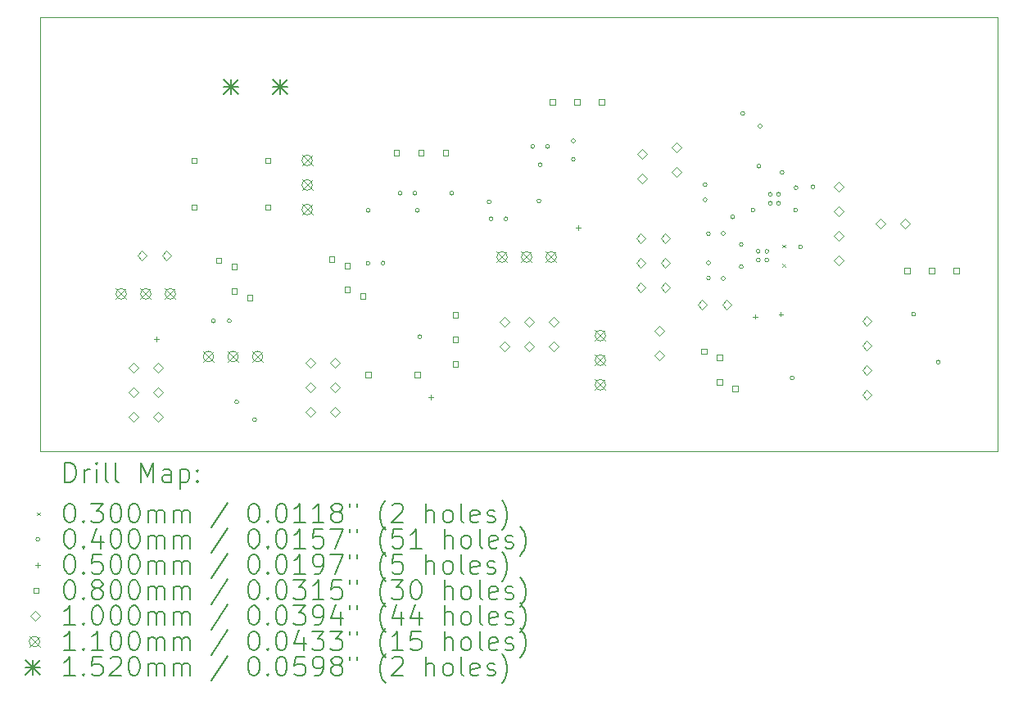
<source format=gbr>
%TF.GenerationSoftware,KiCad,Pcbnew,7.0.5-7.0.5~ubuntu23.04.1*%
%TF.CreationDate,2023-07-09T19:01:43+02:00*%
%TF.ProjectId,omega-pico,6f6d6567-612d-4706-9963-6f2e6b696361,rev?*%
%TF.SameCoordinates,Original*%
%TF.FileFunction,Drillmap*%
%TF.FilePolarity,Positive*%
%FSLAX45Y45*%
G04 Gerber Fmt 4.5, Leading zero omitted, Abs format (unit mm)*
G04 Created by KiCad (PCBNEW 7.0.5-7.0.5~ubuntu23.04.1) date 2023-07-09 19:01:43*
%MOMM*%
%LPD*%
G01*
G04 APERTURE LIST*
%ADD10C,0.100000*%
%ADD11C,0.200000*%
%ADD12C,0.030000*%
%ADD13C,0.040000*%
%ADD14C,0.050000*%
%ADD15C,0.080000*%
%ADD16C,0.110000*%
%ADD17C,0.152000*%
G04 APERTURE END LIST*
D10*
X6758100Y-6281070D02*
X16658100Y-6281070D01*
X16658100Y-10774200D01*
X6758100Y-10774200D01*
X6758100Y-6281070D01*
D11*
D12*
X14429000Y-8634050D02*
X14459000Y-8664050D01*
X14459000Y-8634050D02*
X14429000Y-8664050D01*
X14429000Y-8833950D02*
X14459000Y-8863950D01*
X14459000Y-8833950D02*
X14429000Y-8863950D01*
D13*
X8567100Y-9423400D02*
G75*
G03*
X8567100Y-9423400I-20000J0D01*
G01*
X8732200Y-9423400D02*
G75*
G03*
X8732200Y-9423400I-20000J0D01*
G01*
X8808400Y-10261600D02*
G75*
G03*
X8808400Y-10261600I-20000J0D01*
G01*
X8992800Y-10444250D02*
G75*
G03*
X8992800Y-10444250I-20000J0D01*
G01*
X10166000Y-8826500D02*
G75*
G03*
X10166000Y-8826500I-20000J0D01*
G01*
X10167300Y-8280400D02*
G75*
G03*
X10167300Y-8280400I-20000J0D01*
G01*
X10321000Y-8826500D02*
G75*
G03*
X10321000Y-8826500I-20000J0D01*
G01*
X10497500Y-8102600D02*
G75*
G03*
X10497500Y-8102600I-20000J0D01*
G01*
X10649900Y-8102600D02*
G75*
G03*
X10649900Y-8102600I-20000J0D01*
G01*
X10675300Y-8280400D02*
G75*
G03*
X10675300Y-8280400I-20000J0D01*
G01*
X10700700Y-9588500D02*
G75*
G03*
X10700700Y-9588500I-20000J0D01*
G01*
X11032200Y-8102600D02*
G75*
G03*
X11032200Y-8102600I-20000J0D01*
G01*
X11417600Y-8191500D02*
G75*
G03*
X11417600Y-8191500I-20000J0D01*
G01*
X11437300Y-8369300D02*
G75*
G03*
X11437300Y-8369300I-20000J0D01*
G01*
X11591000Y-8369300D02*
G75*
G03*
X11591000Y-8369300I-20000J0D01*
G01*
X11867800Y-7620000D02*
G75*
G03*
X11867800Y-7620000I-20000J0D01*
G01*
X11932600Y-8182750D02*
G75*
G03*
X11932600Y-8182750I-20000J0D01*
G01*
X11945300Y-7810500D02*
G75*
G03*
X11945300Y-7810500I-20000J0D01*
G01*
X12021500Y-7620000D02*
G75*
G03*
X12021500Y-7620000I-20000J0D01*
G01*
X12288200Y-7563100D02*
G75*
G03*
X12288200Y-7563100I-20000J0D01*
G01*
X12288200Y-7753100D02*
G75*
G03*
X12288200Y-7753100I-20000J0D01*
G01*
X13650181Y-8016240D02*
G75*
G03*
X13650181Y-8016240I-20000J0D01*
G01*
X13650181Y-8171240D02*
G75*
G03*
X13650181Y-8171240I-20000J0D01*
G01*
X13685200Y-8522000D02*
G75*
G03*
X13685200Y-8522000I-20000J0D01*
G01*
X13685200Y-8825200D02*
G75*
G03*
X13685200Y-8825200I-20000J0D01*
G01*
X13685200Y-8980200D02*
G75*
G03*
X13685200Y-8980200I-20000J0D01*
G01*
X13837600Y-8518700D02*
G75*
G03*
X13837600Y-8518700I-20000J0D01*
G01*
X13837600Y-8985200D02*
G75*
G03*
X13837600Y-8985200I-20000J0D01*
G01*
X13935881Y-8347740D02*
G75*
G03*
X13935881Y-8347740I-20000J0D01*
G01*
X14024000Y-8634050D02*
G75*
G03*
X14024000Y-8634050I-20000J0D01*
G01*
X14024000Y-8863950D02*
G75*
G03*
X14024000Y-8863950I-20000J0D01*
G01*
X14039200Y-7277100D02*
G75*
G03*
X14039200Y-7277100I-20000J0D01*
G01*
X14145481Y-8276490D02*
G75*
G03*
X14145481Y-8276490I-20000J0D01*
G01*
X14199550Y-8704550D02*
G75*
G03*
X14199550Y-8704550I-20000J0D01*
G01*
X14199550Y-8793450D02*
G75*
G03*
X14199550Y-8793450I-20000J0D01*
G01*
X14205900Y-7823200D02*
G75*
G03*
X14205900Y-7823200I-20000J0D01*
G01*
X14218600Y-7410500D02*
G75*
G03*
X14218600Y-7410500I-20000J0D01*
G01*
X14288450Y-8704550D02*
G75*
G03*
X14288450Y-8704550I-20000J0D01*
G01*
X14288450Y-8793450D02*
G75*
G03*
X14288450Y-8793450I-20000J0D01*
G01*
X14323281Y-8206740D02*
G75*
G03*
X14323281Y-8206740I-20000J0D01*
G01*
X14324281Y-8115300D02*
G75*
G03*
X14324281Y-8115300I-20000J0D01*
G01*
X14408101Y-8206740D02*
G75*
G03*
X14408101Y-8206740I-20000J0D01*
G01*
X14409100Y-8115300D02*
G75*
G03*
X14409100Y-8115300I-20000J0D01*
G01*
X14445900Y-7886700D02*
G75*
G03*
X14445900Y-7886700I-20000J0D01*
G01*
X14551800Y-10013800D02*
G75*
G03*
X14551800Y-10013800I-20000J0D01*
G01*
X14585481Y-8276490D02*
G75*
G03*
X14585481Y-8276490I-20000J0D01*
G01*
X14589981Y-8046590D02*
G75*
G03*
X14589981Y-8046590I-20000J0D01*
G01*
X14637700Y-8658800D02*
G75*
G03*
X14637700Y-8658800I-20000J0D01*
G01*
X14764700Y-8037800D02*
G75*
G03*
X14764700Y-8037800I-20000J0D01*
G01*
X15806100Y-9353700D02*
G75*
G03*
X15806100Y-9353700I-20000J0D01*
G01*
X16060100Y-9848700D02*
G75*
G03*
X16060100Y-9848700I-20000J0D01*
G01*
D14*
X7956300Y-9588900D02*
X7956300Y-9638900D01*
X7931300Y-9613900D02*
X7981300Y-9613900D01*
X10795000Y-10184500D02*
X10795000Y-10234500D01*
X10770000Y-10209500D02*
X10820000Y-10209500D01*
X12319000Y-8433200D02*
X12319000Y-8483200D01*
X12294000Y-8458200D02*
X12344000Y-8458200D01*
X14147800Y-9353750D02*
X14147800Y-9403750D01*
X14122800Y-9378750D02*
X14172800Y-9378750D01*
X14414500Y-9328350D02*
X14414500Y-9378350D01*
X14389500Y-9353350D02*
X14439500Y-9353350D01*
D15*
X8377284Y-7793084D02*
X8377284Y-7736515D01*
X8320715Y-7736515D01*
X8320715Y-7793084D01*
X8377284Y-7793084D01*
X8377284Y-8275684D02*
X8377284Y-8219115D01*
X8320715Y-8219115D01*
X8320715Y-8275684D01*
X8377284Y-8275684D01*
X8631285Y-8825791D02*
X8631285Y-8769222D01*
X8574716Y-8769222D01*
X8574716Y-8825791D01*
X8631285Y-8825791D01*
X8791285Y-8892885D02*
X8791285Y-8836316D01*
X8734716Y-8836316D01*
X8734716Y-8892885D01*
X8791285Y-8892885D01*
X8791285Y-9142885D02*
X8791285Y-9086316D01*
X8734716Y-9086316D01*
X8734716Y-9142885D01*
X8791285Y-9142885D01*
X8951285Y-9209978D02*
X8951285Y-9153409D01*
X8894716Y-9153409D01*
X8894716Y-9209978D01*
X8951285Y-9209978D01*
X9139285Y-7793084D02*
X9139285Y-7736515D01*
X9082716Y-7736515D01*
X9082716Y-7793084D01*
X9139285Y-7793084D01*
X9139285Y-8275684D02*
X9139285Y-8219115D01*
X9082716Y-8219115D01*
X9082716Y-8275684D01*
X9139285Y-8275684D01*
X9799685Y-8813091D02*
X9799685Y-8756522D01*
X9743116Y-8756522D01*
X9743116Y-8813091D01*
X9799685Y-8813091D01*
X9959685Y-8880185D02*
X9959685Y-8823616D01*
X9903116Y-8823616D01*
X9903116Y-8880185D01*
X9959685Y-8880185D01*
X9959685Y-9130185D02*
X9959685Y-9073616D01*
X9903116Y-9073616D01*
X9903116Y-9130185D01*
X9959685Y-9130185D01*
X10119685Y-9197278D02*
X10119685Y-9140709D01*
X10063116Y-9140709D01*
X10063116Y-9197278D01*
X10119685Y-9197278D01*
X10175585Y-10010485D02*
X10175585Y-9953916D01*
X10119016Y-9953916D01*
X10119016Y-10010485D01*
X10175585Y-10010485D01*
X10467685Y-7711784D02*
X10467685Y-7655215D01*
X10411116Y-7655215D01*
X10411116Y-7711784D01*
X10467685Y-7711784D01*
X10683585Y-10010485D02*
X10683585Y-9953916D01*
X10627016Y-9953916D01*
X10627016Y-10010485D01*
X10683585Y-10010485D01*
X10721685Y-7711784D02*
X10721685Y-7655215D01*
X10665116Y-7655215D01*
X10665116Y-7711784D01*
X10721685Y-7711784D01*
X10975685Y-7711784D02*
X10975685Y-7655215D01*
X10919116Y-7655215D01*
X10919116Y-7711784D01*
X10975685Y-7711784D01*
X11077285Y-9388185D02*
X11077285Y-9331616D01*
X11020716Y-9331616D01*
X11020716Y-9388185D01*
X11077285Y-9388185D01*
X11077285Y-9642185D02*
X11077285Y-9585616D01*
X11020716Y-9585616D01*
X11020716Y-9642185D01*
X11077285Y-9642185D01*
X11077285Y-9896185D02*
X11077285Y-9839616D01*
X11020716Y-9839616D01*
X11020716Y-9896185D01*
X11077285Y-9896185D01*
X12080584Y-7191084D02*
X12080584Y-7134515D01*
X12024015Y-7134515D01*
X12024015Y-7191084D01*
X12080584Y-7191084D01*
X12334584Y-7191084D02*
X12334584Y-7134515D01*
X12278015Y-7134515D01*
X12278015Y-7191084D01*
X12334584Y-7191084D01*
X12588584Y-7191084D02*
X12588584Y-7134515D01*
X12532015Y-7134515D01*
X12532015Y-7191084D01*
X12588584Y-7191084D01*
X13647784Y-9765591D02*
X13647784Y-9709022D01*
X13591215Y-9709022D01*
X13591215Y-9765591D01*
X13647784Y-9765591D01*
X13807784Y-9832685D02*
X13807784Y-9776116D01*
X13751215Y-9776116D01*
X13751215Y-9832685D01*
X13807784Y-9832685D01*
X13807784Y-10082685D02*
X13807784Y-10026116D01*
X13751215Y-10026116D01*
X13751215Y-10082685D01*
X13807784Y-10082685D01*
X13967784Y-10149778D02*
X13967784Y-10093209D01*
X13911215Y-10093209D01*
X13911215Y-10149778D01*
X13967784Y-10149778D01*
X15745684Y-8930985D02*
X15745684Y-8874416D01*
X15689115Y-8874416D01*
X15689115Y-8930985D01*
X15745684Y-8930985D01*
X15999684Y-8930985D02*
X15999684Y-8874416D01*
X15943115Y-8874416D01*
X15943115Y-8930985D01*
X15999684Y-8930985D01*
X16253684Y-8930985D02*
X16253684Y-8874416D01*
X16197115Y-8874416D01*
X16197115Y-8930985D01*
X16253684Y-8930985D01*
D10*
X7721600Y-9956000D02*
X7771600Y-9906000D01*
X7721600Y-9856000D01*
X7671600Y-9906000D01*
X7721600Y-9956000D01*
X7721600Y-10210000D02*
X7771600Y-10160000D01*
X7721600Y-10110000D01*
X7671600Y-10160000D01*
X7721600Y-10210000D01*
X7721600Y-10464000D02*
X7771600Y-10414000D01*
X7721600Y-10364000D01*
X7671600Y-10414000D01*
X7721600Y-10464000D01*
X7810500Y-8800300D02*
X7860500Y-8750300D01*
X7810500Y-8700300D01*
X7760500Y-8750300D01*
X7810500Y-8800300D01*
X7975600Y-9956000D02*
X8025600Y-9906000D01*
X7975600Y-9856000D01*
X7925600Y-9906000D01*
X7975600Y-9956000D01*
X7975600Y-10210000D02*
X8025600Y-10160000D01*
X7975600Y-10110000D01*
X7925600Y-10160000D01*
X7975600Y-10210000D01*
X7975600Y-10464000D02*
X8025600Y-10414000D01*
X7975600Y-10364000D01*
X7925600Y-10414000D01*
X7975600Y-10464000D01*
X8064500Y-8800300D02*
X8114500Y-8750300D01*
X8064500Y-8700300D01*
X8014500Y-8750300D01*
X8064500Y-8800300D01*
X9552406Y-9907131D02*
X9602406Y-9857131D01*
X9552406Y-9807131D01*
X9502406Y-9857131D01*
X9552406Y-9907131D01*
X9552406Y-10161131D02*
X9602406Y-10111131D01*
X9552406Y-10061131D01*
X9502406Y-10111131D01*
X9552406Y-10161131D01*
X9552406Y-10415131D02*
X9602406Y-10365131D01*
X9552406Y-10315131D01*
X9502406Y-10365131D01*
X9552406Y-10415131D01*
X9806406Y-9907131D02*
X9856406Y-9857131D01*
X9806406Y-9807131D01*
X9756406Y-9857131D01*
X9806406Y-9907131D01*
X9806406Y-10161131D02*
X9856406Y-10111131D01*
X9806406Y-10061131D01*
X9756406Y-10111131D01*
X9806406Y-10161131D01*
X9806406Y-10415131D02*
X9856406Y-10365131D01*
X9806406Y-10315131D01*
X9756406Y-10365131D01*
X9806406Y-10415131D01*
X11557000Y-9486100D02*
X11607000Y-9436100D01*
X11557000Y-9386100D01*
X11507000Y-9436100D01*
X11557000Y-9486100D01*
X11557000Y-9740100D02*
X11607000Y-9690100D01*
X11557000Y-9640100D01*
X11507000Y-9690100D01*
X11557000Y-9740100D01*
X11811000Y-9486100D02*
X11861000Y-9436100D01*
X11811000Y-9386100D01*
X11761000Y-9436100D01*
X11811000Y-9486100D01*
X11811000Y-9740100D02*
X11861000Y-9690100D01*
X11811000Y-9640100D01*
X11761000Y-9690100D01*
X11811000Y-9740100D01*
X12065000Y-9486100D02*
X12115000Y-9436100D01*
X12065000Y-9386100D01*
X12015000Y-9436100D01*
X12065000Y-9486100D01*
X12065000Y-9740100D02*
X12115000Y-9690100D01*
X12065000Y-9640100D01*
X12015000Y-9690100D01*
X12065000Y-9740100D01*
X12966700Y-8622500D02*
X13016700Y-8572500D01*
X12966700Y-8522500D01*
X12916700Y-8572500D01*
X12966700Y-8622500D01*
X12966700Y-8876500D02*
X13016700Y-8826500D01*
X12966700Y-8776500D01*
X12916700Y-8826500D01*
X12966700Y-8876500D01*
X12966700Y-9130500D02*
X13016700Y-9080500D01*
X12966700Y-9030500D01*
X12916700Y-9080500D01*
X12966700Y-9130500D01*
X12979400Y-7746200D02*
X13029400Y-7696200D01*
X12979400Y-7646200D01*
X12929400Y-7696200D01*
X12979400Y-7746200D01*
X12979400Y-8000200D02*
X13029400Y-7950200D01*
X12979400Y-7900200D01*
X12929400Y-7950200D01*
X12979400Y-8000200D01*
X13157200Y-9575000D02*
X13207200Y-9525000D01*
X13157200Y-9475000D01*
X13107200Y-9525000D01*
X13157200Y-9575000D01*
X13157200Y-9829000D02*
X13207200Y-9779000D01*
X13157200Y-9729000D01*
X13107200Y-9779000D01*
X13157200Y-9829000D01*
X13220700Y-8622500D02*
X13270700Y-8572500D01*
X13220700Y-8522500D01*
X13170700Y-8572500D01*
X13220700Y-8622500D01*
X13220700Y-8876500D02*
X13270700Y-8826500D01*
X13220700Y-8776500D01*
X13170700Y-8826500D01*
X13220700Y-8876500D01*
X13220700Y-9130500D02*
X13270700Y-9080500D01*
X13220700Y-9030500D01*
X13170700Y-9080500D01*
X13220700Y-9130500D01*
X13335000Y-7682700D02*
X13385000Y-7632700D01*
X13335000Y-7582700D01*
X13285000Y-7632700D01*
X13335000Y-7682700D01*
X13335000Y-7936700D02*
X13385000Y-7886700D01*
X13335000Y-7836700D01*
X13285000Y-7886700D01*
X13335000Y-7936700D01*
X13601700Y-9308300D02*
X13651700Y-9258300D01*
X13601700Y-9208300D01*
X13551700Y-9258300D01*
X13601700Y-9308300D01*
X13855700Y-9308300D02*
X13905700Y-9258300D01*
X13855700Y-9208300D01*
X13805700Y-9258300D01*
X13855700Y-9308300D01*
X15011400Y-8089100D02*
X15061400Y-8039100D01*
X15011400Y-7989100D01*
X14961400Y-8039100D01*
X15011400Y-8089100D01*
X15011400Y-8343100D02*
X15061400Y-8293100D01*
X15011400Y-8243100D01*
X14961400Y-8293100D01*
X15011400Y-8343100D01*
X15011400Y-8597100D02*
X15061400Y-8547100D01*
X15011400Y-8497100D01*
X14961400Y-8547100D01*
X15011400Y-8597100D01*
X15011400Y-8851100D02*
X15061400Y-8801100D01*
X15011400Y-8751100D01*
X14961400Y-8801100D01*
X15011400Y-8851100D01*
X15303500Y-9473400D02*
X15353500Y-9423400D01*
X15303500Y-9373400D01*
X15253500Y-9423400D01*
X15303500Y-9473400D01*
X15303500Y-9727400D02*
X15353500Y-9677400D01*
X15303500Y-9627400D01*
X15253500Y-9677400D01*
X15303500Y-9727400D01*
X15303500Y-9981400D02*
X15353500Y-9931400D01*
X15303500Y-9881400D01*
X15253500Y-9931400D01*
X15303500Y-9981400D01*
X15303500Y-10235400D02*
X15353500Y-10185400D01*
X15303500Y-10135400D01*
X15253500Y-10185400D01*
X15303500Y-10235400D01*
X15443200Y-8470100D02*
X15493200Y-8420100D01*
X15443200Y-8370100D01*
X15393200Y-8420100D01*
X15443200Y-8470100D01*
X15697200Y-8470100D02*
X15747200Y-8420100D01*
X15697200Y-8370100D01*
X15647200Y-8420100D01*
X15697200Y-8470100D01*
D16*
X7539600Y-9089000D02*
X7649600Y-9199000D01*
X7649600Y-9089000D02*
X7539600Y-9199000D01*
X7649600Y-9144000D02*
G75*
G03*
X7649600Y-9144000I-55000J0D01*
G01*
X7793600Y-9089000D02*
X7903600Y-9199000D01*
X7903600Y-9089000D02*
X7793600Y-9199000D01*
X7903600Y-9144000D02*
G75*
G03*
X7903600Y-9144000I-55000J0D01*
G01*
X8047600Y-9089000D02*
X8157600Y-9199000D01*
X8157600Y-9089000D02*
X8047600Y-9199000D01*
X8157600Y-9144000D02*
G75*
G03*
X8157600Y-9144000I-55000J0D01*
G01*
X8441300Y-9736700D02*
X8551300Y-9846700D01*
X8551300Y-9736700D02*
X8441300Y-9846700D01*
X8551300Y-9791700D02*
G75*
G03*
X8551300Y-9791700I-55000J0D01*
G01*
X8695300Y-9736700D02*
X8805300Y-9846700D01*
X8805300Y-9736700D02*
X8695300Y-9846700D01*
X8805300Y-9791700D02*
G75*
G03*
X8805300Y-9791700I-55000J0D01*
G01*
X8949300Y-9736700D02*
X9059300Y-9846700D01*
X9059300Y-9736700D02*
X8949300Y-9846700D01*
X9059300Y-9791700D02*
G75*
G03*
X9059300Y-9791700I-55000J0D01*
G01*
X9462400Y-7709800D02*
X9572400Y-7819800D01*
X9572400Y-7709800D02*
X9462400Y-7819800D01*
X9572400Y-7764800D02*
G75*
G03*
X9572400Y-7764800I-55000J0D01*
G01*
X9462400Y-7963800D02*
X9572400Y-8073800D01*
X9572400Y-7963800D02*
X9462400Y-8073800D01*
X9572400Y-8018800D02*
G75*
G03*
X9572400Y-8018800I-55000J0D01*
G01*
X9462400Y-8217800D02*
X9572400Y-8327800D01*
X9572400Y-8217800D02*
X9462400Y-8327800D01*
X9572400Y-8272800D02*
G75*
G03*
X9572400Y-8272800I-55000J0D01*
G01*
X11476600Y-8708000D02*
X11586600Y-8818000D01*
X11586600Y-8708000D02*
X11476600Y-8818000D01*
X11586600Y-8763000D02*
G75*
G03*
X11586600Y-8763000I-55000J0D01*
G01*
X11730600Y-8708000D02*
X11840600Y-8818000D01*
X11840600Y-8708000D02*
X11730600Y-8818000D01*
X11840600Y-8763000D02*
G75*
G03*
X11840600Y-8763000I-55000J0D01*
G01*
X11984600Y-8708000D02*
X12094600Y-8818000D01*
X12094600Y-8708000D02*
X11984600Y-8818000D01*
X12094600Y-8763000D02*
G75*
G03*
X12094600Y-8763000I-55000J0D01*
G01*
X12492600Y-9520800D02*
X12602600Y-9630800D01*
X12602600Y-9520800D02*
X12492600Y-9630800D01*
X12602600Y-9575800D02*
G75*
G03*
X12602600Y-9575800I-55000J0D01*
G01*
X12492600Y-9774800D02*
X12602600Y-9884800D01*
X12602600Y-9774800D02*
X12492600Y-9884800D01*
X12602600Y-9829800D02*
G75*
G03*
X12602600Y-9829800I-55000J0D01*
G01*
X12492600Y-10028800D02*
X12602600Y-10138800D01*
X12602600Y-10028800D02*
X12492600Y-10138800D01*
X12602600Y-10083800D02*
G75*
G03*
X12602600Y-10083800I-55000J0D01*
G01*
D17*
X8654000Y-6926800D02*
X8806000Y-7078800D01*
X8806000Y-6926800D02*
X8654000Y-7078800D01*
X8730000Y-6926800D02*
X8730000Y-7078800D01*
X8654000Y-7002800D02*
X8806000Y-7002800D01*
X9162000Y-6926800D02*
X9314000Y-7078800D01*
X9314000Y-6926800D02*
X9162000Y-7078800D01*
X9238000Y-6926800D02*
X9238000Y-7078800D01*
X9162000Y-7002800D02*
X9314000Y-7002800D01*
D11*
X7013877Y-11090684D02*
X7013877Y-10890684D01*
X7013877Y-10890684D02*
X7061496Y-10890684D01*
X7061496Y-10890684D02*
X7090067Y-10900208D01*
X7090067Y-10900208D02*
X7109115Y-10919255D01*
X7109115Y-10919255D02*
X7118639Y-10938303D01*
X7118639Y-10938303D02*
X7128162Y-10976398D01*
X7128162Y-10976398D02*
X7128162Y-11004970D01*
X7128162Y-11004970D02*
X7118639Y-11043065D01*
X7118639Y-11043065D02*
X7109115Y-11062112D01*
X7109115Y-11062112D02*
X7090067Y-11081160D01*
X7090067Y-11081160D02*
X7061496Y-11090684D01*
X7061496Y-11090684D02*
X7013877Y-11090684D01*
X7213877Y-11090684D02*
X7213877Y-10957350D01*
X7213877Y-10995446D02*
X7223401Y-10976398D01*
X7223401Y-10976398D02*
X7232924Y-10966874D01*
X7232924Y-10966874D02*
X7251972Y-10957350D01*
X7251972Y-10957350D02*
X7271020Y-10957350D01*
X7337686Y-11090684D02*
X7337686Y-10957350D01*
X7337686Y-10890684D02*
X7328162Y-10900208D01*
X7328162Y-10900208D02*
X7337686Y-10909731D01*
X7337686Y-10909731D02*
X7347210Y-10900208D01*
X7347210Y-10900208D02*
X7337686Y-10890684D01*
X7337686Y-10890684D02*
X7337686Y-10909731D01*
X7461496Y-11090684D02*
X7442448Y-11081160D01*
X7442448Y-11081160D02*
X7432924Y-11062112D01*
X7432924Y-11062112D02*
X7432924Y-10890684D01*
X7566258Y-11090684D02*
X7547210Y-11081160D01*
X7547210Y-11081160D02*
X7537686Y-11062112D01*
X7537686Y-11062112D02*
X7537686Y-10890684D01*
X7794829Y-11090684D02*
X7794829Y-10890684D01*
X7794829Y-10890684D02*
X7861496Y-11033541D01*
X7861496Y-11033541D02*
X7928162Y-10890684D01*
X7928162Y-10890684D02*
X7928162Y-11090684D01*
X8109115Y-11090684D02*
X8109115Y-10985922D01*
X8109115Y-10985922D02*
X8099591Y-10966874D01*
X8099591Y-10966874D02*
X8080543Y-10957350D01*
X8080543Y-10957350D02*
X8042448Y-10957350D01*
X8042448Y-10957350D02*
X8023401Y-10966874D01*
X8109115Y-11081160D02*
X8090067Y-11090684D01*
X8090067Y-11090684D02*
X8042448Y-11090684D01*
X8042448Y-11090684D02*
X8023401Y-11081160D01*
X8023401Y-11081160D02*
X8013877Y-11062112D01*
X8013877Y-11062112D02*
X8013877Y-11043065D01*
X8013877Y-11043065D02*
X8023401Y-11024017D01*
X8023401Y-11024017D02*
X8042448Y-11014493D01*
X8042448Y-11014493D02*
X8090067Y-11014493D01*
X8090067Y-11014493D02*
X8109115Y-11004970D01*
X8204353Y-10957350D02*
X8204353Y-11157350D01*
X8204353Y-10966874D02*
X8223401Y-10957350D01*
X8223401Y-10957350D02*
X8261496Y-10957350D01*
X8261496Y-10957350D02*
X8280543Y-10966874D01*
X8280543Y-10966874D02*
X8290067Y-10976398D01*
X8290067Y-10976398D02*
X8299591Y-10995446D01*
X8299591Y-10995446D02*
X8299591Y-11052589D01*
X8299591Y-11052589D02*
X8290067Y-11071636D01*
X8290067Y-11071636D02*
X8280543Y-11081160D01*
X8280543Y-11081160D02*
X8261496Y-11090684D01*
X8261496Y-11090684D02*
X8223401Y-11090684D01*
X8223401Y-11090684D02*
X8204353Y-11081160D01*
X8385305Y-11071636D02*
X8394829Y-11081160D01*
X8394829Y-11081160D02*
X8385305Y-11090684D01*
X8385305Y-11090684D02*
X8375782Y-11081160D01*
X8375782Y-11081160D02*
X8385305Y-11071636D01*
X8385305Y-11071636D02*
X8385305Y-11090684D01*
X8385305Y-10966874D02*
X8394829Y-10976398D01*
X8394829Y-10976398D02*
X8385305Y-10985922D01*
X8385305Y-10985922D02*
X8375782Y-10976398D01*
X8375782Y-10976398D02*
X8385305Y-10966874D01*
X8385305Y-10966874D02*
X8385305Y-10985922D01*
D12*
X6723100Y-11404200D02*
X6753100Y-11434200D01*
X6753100Y-11404200D02*
X6723100Y-11434200D01*
D11*
X7051972Y-11310684D02*
X7071020Y-11310684D01*
X7071020Y-11310684D02*
X7090067Y-11320208D01*
X7090067Y-11320208D02*
X7099591Y-11329731D01*
X7099591Y-11329731D02*
X7109115Y-11348779D01*
X7109115Y-11348779D02*
X7118639Y-11386874D01*
X7118639Y-11386874D02*
X7118639Y-11434493D01*
X7118639Y-11434493D02*
X7109115Y-11472588D01*
X7109115Y-11472588D02*
X7099591Y-11491636D01*
X7099591Y-11491636D02*
X7090067Y-11501160D01*
X7090067Y-11501160D02*
X7071020Y-11510684D01*
X7071020Y-11510684D02*
X7051972Y-11510684D01*
X7051972Y-11510684D02*
X7032924Y-11501160D01*
X7032924Y-11501160D02*
X7023401Y-11491636D01*
X7023401Y-11491636D02*
X7013877Y-11472588D01*
X7013877Y-11472588D02*
X7004353Y-11434493D01*
X7004353Y-11434493D02*
X7004353Y-11386874D01*
X7004353Y-11386874D02*
X7013877Y-11348779D01*
X7013877Y-11348779D02*
X7023401Y-11329731D01*
X7023401Y-11329731D02*
X7032924Y-11320208D01*
X7032924Y-11320208D02*
X7051972Y-11310684D01*
X7204353Y-11491636D02*
X7213877Y-11501160D01*
X7213877Y-11501160D02*
X7204353Y-11510684D01*
X7204353Y-11510684D02*
X7194829Y-11501160D01*
X7194829Y-11501160D02*
X7204353Y-11491636D01*
X7204353Y-11491636D02*
X7204353Y-11510684D01*
X7280543Y-11310684D02*
X7404353Y-11310684D01*
X7404353Y-11310684D02*
X7337686Y-11386874D01*
X7337686Y-11386874D02*
X7366258Y-11386874D01*
X7366258Y-11386874D02*
X7385305Y-11396398D01*
X7385305Y-11396398D02*
X7394829Y-11405922D01*
X7394829Y-11405922D02*
X7404353Y-11424969D01*
X7404353Y-11424969D02*
X7404353Y-11472588D01*
X7404353Y-11472588D02*
X7394829Y-11491636D01*
X7394829Y-11491636D02*
X7385305Y-11501160D01*
X7385305Y-11501160D02*
X7366258Y-11510684D01*
X7366258Y-11510684D02*
X7309115Y-11510684D01*
X7309115Y-11510684D02*
X7290067Y-11501160D01*
X7290067Y-11501160D02*
X7280543Y-11491636D01*
X7528162Y-11310684D02*
X7547210Y-11310684D01*
X7547210Y-11310684D02*
X7566258Y-11320208D01*
X7566258Y-11320208D02*
X7575782Y-11329731D01*
X7575782Y-11329731D02*
X7585305Y-11348779D01*
X7585305Y-11348779D02*
X7594829Y-11386874D01*
X7594829Y-11386874D02*
X7594829Y-11434493D01*
X7594829Y-11434493D02*
X7585305Y-11472588D01*
X7585305Y-11472588D02*
X7575782Y-11491636D01*
X7575782Y-11491636D02*
X7566258Y-11501160D01*
X7566258Y-11501160D02*
X7547210Y-11510684D01*
X7547210Y-11510684D02*
X7528162Y-11510684D01*
X7528162Y-11510684D02*
X7509115Y-11501160D01*
X7509115Y-11501160D02*
X7499591Y-11491636D01*
X7499591Y-11491636D02*
X7490067Y-11472588D01*
X7490067Y-11472588D02*
X7480543Y-11434493D01*
X7480543Y-11434493D02*
X7480543Y-11386874D01*
X7480543Y-11386874D02*
X7490067Y-11348779D01*
X7490067Y-11348779D02*
X7499591Y-11329731D01*
X7499591Y-11329731D02*
X7509115Y-11320208D01*
X7509115Y-11320208D02*
X7528162Y-11310684D01*
X7718639Y-11310684D02*
X7737686Y-11310684D01*
X7737686Y-11310684D02*
X7756734Y-11320208D01*
X7756734Y-11320208D02*
X7766258Y-11329731D01*
X7766258Y-11329731D02*
X7775782Y-11348779D01*
X7775782Y-11348779D02*
X7785305Y-11386874D01*
X7785305Y-11386874D02*
X7785305Y-11434493D01*
X7785305Y-11434493D02*
X7775782Y-11472588D01*
X7775782Y-11472588D02*
X7766258Y-11491636D01*
X7766258Y-11491636D02*
X7756734Y-11501160D01*
X7756734Y-11501160D02*
X7737686Y-11510684D01*
X7737686Y-11510684D02*
X7718639Y-11510684D01*
X7718639Y-11510684D02*
X7699591Y-11501160D01*
X7699591Y-11501160D02*
X7690067Y-11491636D01*
X7690067Y-11491636D02*
X7680543Y-11472588D01*
X7680543Y-11472588D02*
X7671020Y-11434493D01*
X7671020Y-11434493D02*
X7671020Y-11386874D01*
X7671020Y-11386874D02*
X7680543Y-11348779D01*
X7680543Y-11348779D02*
X7690067Y-11329731D01*
X7690067Y-11329731D02*
X7699591Y-11320208D01*
X7699591Y-11320208D02*
X7718639Y-11310684D01*
X7871020Y-11510684D02*
X7871020Y-11377350D01*
X7871020Y-11396398D02*
X7880543Y-11386874D01*
X7880543Y-11386874D02*
X7899591Y-11377350D01*
X7899591Y-11377350D02*
X7928163Y-11377350D01*
X7928163Y-11377350D02*
X7947210Y-11386874D01*
X7947210Y-11386874D02*
X7956734Y-11405922D01*
X7956734Y-11405922D02*
X7956734Y-11510684D01*
X7956734Y-11405922D02*
X7966258Y-11386874D01*
X7966258Y-11386874D02*
X7985305Y-11377350D01*
X7985305Y-11377350D02*
X8013877Y-11377350D01*
X8013877Y-11377350D02*
X8032924Y-11386874D01*
X8032924Y-11386874D02*
X8042448Y-11405922D01*
X8042448Y-11405922D02*
X8042448Y-11510684D01*
X8137686Y-11510684D02*
X8137686Y-11377350D01*
X8137686Y-11396398D02*
X8147210Y-11386874D01*
X8147210Y-11386874D02*
X8166258Y-11377350D01*
X8166258Y-11377350D02*
X8194829Y-11377350D01*
X8194829Y-11377350D02*
X8213877Y-11386874D01*
X8213877Y-11386874D02*
X8223401Y-11405922D01*
X8223401Y-11405922D02*
X8223401Y-11510684D01*
X8223401Y-11405922D02*
X8232924Y-11386874D01*
X8232924Y-11386874D02*
X8251972Y-11377350D01*
X8251972Y-11377350D02*
X8280543Y-11377350D01*
X8280543Y-11377350D02*
X8299591Y-11386874D01*
X8299591Y-11386874D02*
X8309115Y-11405922D01*
X8309115Y-11405922D02*
X8309115Y-11510684D01*
X8699591Y-11301160D02*
X8528163Y-11558303D01*
X8956734Y-11310684D02*
X8975782Y-11310684D01*
X8975782Y-11310684D02*
X8994829Y-11320208D01*
X8994829Y-11320208D02*
X9004353Y-11329731D01*
X9004353Y-11329731D02*
X9013877Y-11348779D01*
X9013877Y-11348779D02*
X9023401Y-11386874D01*
X9023401Y-11386874D02*
X9023401Y-11434493D01*
X9023401Y-11434493D02*
X9013877Y-11472588D01*
X9013877Y-11472588D02*
X9004353Y-11491636D01*
X9004353Y-11491636D02*
X8994829Y-11501160D01*
X8994829Y-11501160D02*
X8975782Y-11510684D01*
X8975782Y-11510684D02*
X8956734Y-11510684D01*
X8956734Y-11510684D02*
X8937687Y-11501160D01*
X8937687Y-11501160D02*
X8928163Y-11491636D01*
X8928163Y-11491636D02*
X8918639Y-11472588D01*
X8918639Y-11472588D02*
X8909115Y-11434493D01*
X8909115Y-11434493D02*
X8909115Y-11386874D01*
X8909115Y-11386874D02*
X8918639Y-11348779D01*
X8918639Y-11348779D02*
X8928163Y-11329731D01*
X8928163Y-11329731D02*
X8937687Y-11320208D01*
X8937687Y-11320208D02*
X8956734Y-11310684D01*
X9109115Y-11491636D02*
X9118639Y-11501160D01*
X9118639Y-11501160D02*
X9109115Y-11510684D01*
X9109115Y-11510684D02*
X9099591Y-11501160D01*
X9099591Y-11501160D02*
X9109115Y-11491636D01*
X9109115Y-11491636D02*
X9109115Y-11510684D01*
X9242448Y-11310684D02*
X9261496Y-11310684D01*
X9261496Y-11310684D02*
X9280544Y-11320208D01*
X9280544Y-11320208D02*
X9290068Y-11329731D01*
X9290068Y-11329731D02*
X9299591Y-11348779D01*
X9299591Y-11348779D02*
X9309115Y-11386874D01*
X9309115Y-11386874D02*
X9309115Y-11434493D01*
X9309115Y-11434493D02*
X9299591Y-11472588D01*
X9299591Y-11472588D02*
X9290068Y-11491636D01*
X9290068Y-11491636D02*
X9280544Y-11501160D01*
X9280544Y-11501160D02*
X9261496Y-11510684D01*
X9261496Y-11510684D02*
X9242448Y-11510684D01*
X9242448Y-11510684D02*
X9223401Y-11501160D01*
X9223401Y-11501160D02*
X9213877Y-11491636D01*
X9213877Y-11491636D02*
X9204353Y-11472588D01*
X9204353Y-11472588D02*
X9194829Y-11434493D01*
X9194829Y-11434493D02*
X9194829Y-11386874D01*
X9194829Y-11386874D02*
X9204353Y-11348779D01*
X9204353Y-11348779D02*
X9213877Y-11329731D01*
X9213877Y-11329731D02*
X9223401Y-11320208D01*
X9223401Y-11320208D02*
X9242448Y-11310684D01*
X9499591Y-11510684D02*
X9385306Y-11510684D01*
X9442448Y-11510684D02*
X9442448Y-11310684D01*
X9442448Y-11310684D02*
X9423401Y-11339255D01*
X9423401Y-11339255D02*
X9404353Y-11358303D01*
X9404353Y-11358303D02*
X9385306Y-11367827D01*
X9690068Y-11510684D02*
X9575782Y-11510684D01*
X9632925Y-11510684D02*
X9632925Y-11310684D01*
X9632925Y-11310684D02*
X9613877Y-11339255D01*
X9613877Y-11339255D02*
X9594829Y-11358303D01*
X9594829Y-11358303D02*
X9575782Y-11367827D01*
X9804353Y-11396398D02*
X9785306Y-11386874D01*
X9785306Y-11386874D02*
X9775782Y-11377350D01*
X9775782Y-11377350D02*
X9766258Y-11358303D01*
X9766258Y-11358303D02*
X9766258Y-11348779D01*
X9766258Y-11348779D02*
X9775782Y-11329731D01*
X9775782Y-11329731D02*
X9785306Y-11320208D01*
X9785306Y-11320208D02*
X9804353Y-11310684D01*
X9804353Y-11310684D02*
X9842449Y-11310684D01*
X9842449Y-11310684D02*
X9861496Y-11320208D01*
X9861496Y-11320208D02*
X9871020Y-11329731D01*
X9871020Y-11329731D02*
X9880544Y-11348779D01*
X9880544Y-11348779D02*
X9880544Y-11358303D01*
X9880544Y-11358303D02*
X9871020Y-11377350D01*
X9871020Y-11377350D02*
X9861496Y-11386874D01*
X9861496Y-11386874D02*
X9842449Y-11396398D01*
X9842449Y-11396398D02*
X9804353Y-11396398D01*
X9804353Y-11396398D02*
X9785306Y-11405922D01*
X9785306Y-11405922D02*
X9775782Y-11415446D01*
X9775782Y-11415446D02*
X9766258Y-11434493D01*
X9766258Y-11434493D02*
X9766258Y-11472588D01*
X9766258Y-11472588D02*
X9775782Y-11491636D01*
X9775782Y-11491636D02*
X9785306Y-11501160D01*
X9785306Y-11501160D02*
X9804353Y-11510684D01*
X9804353Y-11510684D02*
X9842449Y-11510684D01*
X9842449Y-11510684D02*
X9861496Y-11501160D01*
X9861496Y-11501160D02*
X9871020Y-11491636D01*
X9871020Y-11491636D02*
X9880544Y-11472588D01*
X9880544Y-11472588D02*
X9880544Y-11434493D01*
X9880544Y-11434493D02*
X9871020Y-11415446D01*
X9871020Y-11415446D02*
X9861496Y-11405922D01*
X9861496Y-11405922D02*
X9842449Y-11396398D01*
X9956734Y-11310684D02*
X9956734Y-11348779D01*
X10032925Y-11310684D02*
X10032925Y-11348779D01*
X10328163Y-11586874D02*
X10318639Y-11577350D01*
X10318639Y-11577350D02*
X10299591Y-11548779D01*
X10299591Y-11548779D02*
X10290068Y-11529731D01*
X10290068Y-11529731D02*
X10280544Y-11501160D01*
X10280544Y-11501160D02*
X10271020Y-11453541D01*
X10271020Y-11453541D02*
X10271020Y-11415446D01*
X10271020Y-11415446D02*
X10280544Y-11367827D01*
X10280544Y-11367827D02*
X10290068Y-11339255D01*
X10290068Y-11339255D02*
X10299591Y-11320208D01*
X10299591Y-11320208D02*
X10318639Y-11291636D01*
X10318639Y-11291636D02*
X10328163Y-11282112D01*
X10394830Y-11329731D02*
X10404353Y-11320208D01*
X10404353Y-11320208D02*
X10423401Y-11310684D01*
X10423401Y-11310684D02*
X10471020Y-11310684D01*
X10471020Y-11310684D02*
X10490068Y-11320208D01*
X10490068Y-11320208D02*
X10499591Y-11329731D01*
X10499591Y-11329731D02*
X10509115Y-11348779D01*
X10509115Y-11348779D02*
X10509115Y-11367827D01*
X10509115Y-11367827D02*
X10499591Y-11396398D01*
X10499591Y-11396398D02*
X10385306Y-11510684D01*
X10385306Y-11510684D02*
X10509115Y-11510684D01*
X10747211Y-11510684D02*
X10747211Y-11310684D01*
X10832925Y-11510684D02*
X10832925Y-11405922D01*
X10832925Y-11405922D02*
X10823401Y-11386874D01*
X10823401Y-11386874D02*
X10804353Y-11377350D01*
X10804353Y-11377350D02*
X10775782Y-11377350D01*
X10775782Y-11377350D02*
X10756734Y-11386874D01*
X10756734Y-11386874D02*
X10747211Y-11396398D01*
X10956734Y-11510684D02*
X10937687Y-11501160D01*
X10937687Y-11501160D02*
X10928163Y-11491636D01*
X10928163Y-11491636D02*
X10918639Y-11472588D01*
X10918639Y-11472588D02*
X10918639Y-11415446D01*
X10918639Y-11415446D02*
X10928163Y-11396398D01*
X10928163Y-11396398D02*
X10937687Y-11386874D01*
X10937687Y-11386874D02*
X10956734Y-11377350D01*
X10956734Y-11377350D02*
X10985306Y-11377350D01*
X10985306Y-11377350D02*
X11004353Y-11386874D01*
X11004353Y-11386874D02*
X11013877Y-11396398D01*
X11013877Y-11396398D02*
X11023401Y-11415446D01*
X11023401Y-11415446D02*
X11023401Y-11472588D01*
X11023401Y-11472588D02*
X11013877Y-11491636D01*
X11013877Y-11491636D02*
X11004353Y-11501160D01*
X11004353Y-11501160D02*
X10985306Y-11510684D01*
X10985306Y-11510684D02*
X10956734Y-11510684D01*
X11137687Y-11510684D02*
X11118639Y-11501160D01*
X11118639Y-11501160D02*
X11109115Y-11482112D01*
X11109115Y-11482112D02*
X11109115Y-11310684D01*
X11290068Y-11501160D02*
X11271020Y-11510684D01*
X11271020Y-11510684D02*
X11232925Y-11510684D01*
X11232925Y-11510684D02*
X11213877Y-11501160D01*
X11213877Y-11501160D02*
X11204353Y-11482112D01*
X11204353Y-11482112D02*
X11204353Y-11405922D01*
X11204353Y-11405922D02*
X11213877Y-11386874D01*
X11213877Y-11386874D02*
X11232925Y-11377350D01*
X11232925Y-11377350D02*
X11271020Y-11377350D01*
X11271020Y-11377350D02*
X11290068Y-11386874D01*
X11290068Y-11386874D02*
X11299591Y-11405922D01*
X11299591Y-11405922D02*
X11299591Y-11424969D01*
X11299591Y-11424969D02*
X11204353Y-11444017D01*
X11375782Y-11501160D02*
X11394830Y-11510684D01*
X11394830Y-11510684D02*
X11432925Y-11510684D01*
X11432925Y-11510684D02*
X11451972Y-11501160D01*
X11451972Y-11501160D02*
X11461496Y-11482112D01*
X11461496Y-11482112D02*
X11461496Y-11472588D01*
X11461496Y-11472588D02*
X11451972Y-11453541D01*
X11451972Y-11453541D02*
X11432925Y-11444017D01*
X11432925Y-11444017D02*
X11404353Y-11444017D01*
X11404353Y-11444017D02*
X11385306Y-11434493D01*
X11385306Y-11434493D02*
X11375782Y-11415446D01*
X11375782Y-11415446D02*
X11375782Y-11405922D01*
X11375782Y-11405922D02*
X11385306Y-11386874D01*
X11385306Y-11386874D02*
X11404353Y-11377350D01*
X11404353Y-11377350D02*
X11432925Y-11377350D01*
X11432925Y-11377350D02*
X11451972Y-11386874D01*
X11528163Y-11586874D02*
X11537687Y-11577350D01*
X11537687Y-11577350D02*
X11556734Y-11548779D01*
X11556734Y-11548779D02*
X11566258Y-11529731D01*
X11566258Y-11529731D02*
X11575782Y-11501160D01*
X11575782Y-11501160D02*
X11585306Y-11453541D01*
X11585306Y-11453541D02*
X11585306Y-11415446D01*
X11585306Y-11415446D02*
X11575782Y-11367827D01*
X11575782Y-11367827D02*
X11566258Y-11339255D01*
X11566258Y-11339255D02*
X11556734Y-11320208D01*
X11556734Y-11320208D02*
X11537687Y-11291636D01*
X11537687Y-11291636D02*
X11528163Y-11282112D01*
D13*
X6753100Y-11683200D02*
G75*
G03*
X6753100Y-11683200I-20000J0D01*
G01*
D11*
X7051972Y-11574684D02*
X7071020Y-11574684D01*
X7071020Y-11574684D02*
X7090067Y-11584208D01*
X7090067Y-11584208D02*
X7099591Y-11593731D01*
X7099591Y-11593731D02*
X7109115Y-11612779D01*
X7109115Y-11612779D02*
X7118639Y-11650874D01*
X7118639Y-11650874D02*
X7118639Y-11698493D01*
X7118639Y-11698493D02*
X7109115Y-11736588D01*
X7109115Y-11736588D02*
X7099591Y-11755636D01*
X7099591Y-11755636D02*
X7090067Y-11765160D01*
X7090067Y-11765160D02*
X7071020Y-11774684D01*
X7071020Y-11774684D02*
X7051972Y-11774684D01*
X7051972Y-11774684D02*
X7032924Y-11765160D01*
X7032924Y-11765160D02*
X7023401Y-11755636D01*
X7023401Y-11755636D02*
X7013877Y-11736588D01*
X7013877Y-11736588D02*
X7004353Y-11698493D01*
X7004353Y-11698493D02*
X7004353Y-11650874D01*
X7004353Y-11650874D02*
X7013877Y-11612779D01*
X7013877Y-11612779D02*
X7023401Y-11593731D01*
X7023401Y-11593731D02*
X7032924Y-11584208D01*
X7032924Y-11584208D02*
X7051972Y-11574684D01*
X7204353Y-11755636D02*
X7213877Y-11765160D01*
X7213877Y-11765160D02*
X7204353Y-11774684D01*
X7204353Y-11774684D02*
X7194829Y-11765160D01*
X7194829Y-11765160D02*
X7204353Y-11755636D01*
X7204353Y-11755636D02*
X7204353Y-11774684D01*
X7385305Y-11641350D02*
X7385305Y-11774684D01*
X7337686Y-11565160D02*
X7290067Y-11708017D01*
X7290067Y-11708017D02*
X7413877Y-11708017D01*
X7528162Y-11574684D02*
X7547210Y-11574684D01*
X7547210Y-11574684D02*
X7566258Y-11584208D01*
X7566258Y-11584208D02*
X7575782Y-11593731D01*
X7575782Y-11593731D02*
X7585305Y-11612779D01*
X7585305Y-11612779D02*
X7594829Y-11650874D01*
X7594829Y-11650874D02*
X7594829Y-11698493D01*
X7594829Y-11698493D02*
X7585305Y-11736588D01*
X7585305Y-11736588D02*
X7575782Y-11755636D01*
X7575782Y-11755636D02*
X7566258Y-11765160D01*
X7566258Y-11765160D02*
X7547210Y-11774684D01*
X7547210Y-11774684D02*
X7528162Y-11774684D01*
X7528162Y-11774684D02*
X7509115Y-11765160D01*
X7509115Y-11765160D02*
X7499591Y-11755636D01*
X7499591Y-11755636D02*
X7490067Y-11736588D01*
X7490067Y-11736588D02*
X7480543Y-11698493D01*
X7480543Y-11698493D02*
X7480543Y-11650874D01*
X7480543Y-11650874D02*
X7490067Y-11612779D01*
X7490067Y-11612779D02*
X7499591Y-11593731D01*
X7499591Y-11593731D02*
X7509115Y-11584208D01*
X7509115Y-11584208D02*
X7528162Y-11574684D01*
X7718639Y-11574684D02*
X7737686Y-11574684D01*
X7737686Y-11574684D02*
X7756734Y-11584208D01*
X7756734Y-11584208D02*
X7766258Y-11593731D01*
X7766258Y-11593731D02*
X7775782Y-11612779D01*
X7775782Y-11612779D02*
X7785305Y-11650874D01*
X7785305Y-11650874D02*
X7785305Y-11698493D01*
X7785305Y-11698493D02*
X7775782Y-11736588D01*
X7775782Y-11736588D02*
X7766258Y-11755636D01*
X7766258Y-11755636D02*
X7756734Y-11765160D01*
X7756734Y-11765160D02*
X7737686Y-11774684D01*
X7737686Y-11774684D02*
X7718639Y-11774684D01*
X7718639Y-11774684D02*
X7699591Y-11765160D01*
X7699591Y-11765160D02*
X7690067Y-11755636D01*
X7690067Y-11755636D02*
X7680543Y-11736588D01*
X7680543Y-11736588D02*
X7671020Y-11698493D01*
X7671020Y-11698493D02*
X7671020Y-11650874D01*
X7671020Y-11650874D02*
X7680543Y-11612779D01*
X7680543Y-11612779D02*
X7690067Y-11593731D01*
X7690067Y-11593731D02*
X7699591Y-11584208D01*
X7699591Y-11584208D02*
X7718639Y-11574684D01*
X7871020Y-11774684D02*
X7871020Y-11641350D01*
X7871020Y-11660398D02*
X7880543Y-11650874D01*
X7880543Y-11650874D02*
X7899591Y-11641350D01*
X7899591Y-11641350D02*
X7928163Y-11641350D01*
X7928163Y-11641350D02*
X7947210Y-11650874D01*
X7947210Y-11650874D02*
X7956734Y-11669922D01*
X7956734Y-11669922D02*
X7956734Y-11774684D01*
X7956734Y-11669922D02*
X7966258Y-11650874D01*
X7966258Y-11650874D02*
X7985305Y-11641350D01*
X7985305Y-11641350D02*
X8013877Y-11641350D01*
X8013877Y-11641350D02*
X8032924Y-11650874D01*
X8032924Y-11650874D02*
X8042448Y-11669922D01*
X8042448Y-11669922D02*
X8042448Y-11774684D01*
X8137686Y-11774684D02*
X8137686Y-11641350D01*
X8137686Y-11660398D02*
X8147210Y-11650874D01*
X8147210Y-11650874D02*
X8166258Y-11641350D01*
X8166258Y-11641350D02*
X8194829Y-11641350D01*
X8194829Y-11641350D02*
X8213877Y-11650874D01*
X8213877Y-11650874D02*
X8223401Y-11669922D01*
X8223401Y-11669922D02*
X8223401Y-11774684D01*
X8223401Y-11669922D02*
X8232924Y-11650874D01*
X8232924Y-11650874D02*
X8251972Y-11641350D01*
X8251972Y-11641350D02*
X8280543Y-11641350D01*
X8280543Y-11641350D02*
X8299591Y-11650874D01*
X8299591Y-11650874D02*
X8309115Y-11669922D01*
X8309115Y-11669922D02*
X8309115Y-11774684D01*
X8699591Y-11565160D02*
X8528163Y-11822303D01*
X8956734Y-11574684D02*
X8975782Y-11574684D01*
X8975782Y-11574684D02*
X8994829Y-11584208D01*
X8994829Y-11584208D02*
X9004353Y-11593731D01*
X9004353Y-11593731D02*
X9013877Y-11612779D01*
X9013877Y-11612779D02*
X9023401Y-11650874D01*
X9023401Y-11650874D02*
X9023401Y-11698493D01*
X9023401Y-11698493D02*
X9013877Y-11736588D01*
X9013877Y-11736588D02*
X9004353Y-11755636D01*
X9004353Y-11755636D02*
X8994829Y-11765160D01*
X8994829Y-11765160D02*
X8975782Y-11774684D01*
X8975782Y-11774684D02*
X8956734Y-11774684D01*
X8956734Y-11774684D02*
X8937687Y-11765160D01*
X8937687Y-11765160D02*
X8928163Y-11755636D01*
X8928163Y-11755636D02*
X8918639Y-11736588D01*
X8918639Y-11736588D02*
X8909115Y-11698493D01*
X8909115Y-11698493D02*
X8909115Y-11650874D01*
X8909115Y-11650874D02*
X8918639Y-11612779D01*
X8918639Y-11612779D02*
X8928163Y-11593731D01*
X8928163Y-11593731D02*
X8937687Y-11584208D01*
X8937687Y-11584208D02*
X8956734Y-11574684D01*
X9109115Y-11755636D02*
X9118639Y-11765160D01*
X9118639Y-11765160D02*
X9109115Y-11774684D01*
X9109115Y-11774684D02*
X9099591Y-11765160D01*
X9099591Y-11765160D02*
X9109115Y-11755636D01*
X9109115Y-11755636D02*
X9109115Y-11774684D01*
X9242448Y-11574684D02*
X9261496Y-11574684D01*
X9261496Y-11574684D02*
X9280544Y-11584208D01*
X9280544Y-11584208D02*
X9290068Y-11593731D01*
X9290068Y-11593731D02*
X9299591Y-11612779D01*
X9299591Y-11612779D02*
X9309115Y-11650874D01*
X9309115Y-11650874D02*
X9309115Y-11698493D01*
X9309115Y-11698493D02*
X9299591Y-11736588D01*
X9299591Y-11736588D02*
X9290068Y-11755636D01*
X9290068Y-11755636D02*
X9280544Y-11765160D01*
X9280544Y-11765160D02*
X9261496Y-11774684D01*
X9261496Y-11774684D02*
X9242448Y-11774684D01*
X9242448Y-11774684D02*
X9223401Y-11765160D01*
X9223401Y-11765160D02*
X9213877Y-11755636D01*
X9213877Y-11755636D02*
X9204353Y-11736588D01*
X9204353Y-11736588D02*
X9194829Y-11698493D01*
X9194829Y-11698493D02*
X9194829Y-11650874D01*
X9194829Y-11650874D02*
X9204353Y-11612779D01*
X9204353Y-11612779D02*
X9213877Y-11593731D01*
X9213877Y-11593731D02*
X9223401Y-11584208D01*
X9223401Y-11584208D02*
X9242448Y-11574684D01*
X9499591Y-11774684D02*
X9385306Y-11774684D01*
X9442448Y-11774684D02*
X9442448Y-11574684D01*
X9442448Y-11574684D02*
X9423401Y-11603255D01*
X9423401Y-11603255D02*
X9404353Y-11622303D01*
X9404353Y-11622303D02*
X9385306Y-11631827D01*
X9680544Y-11574684D02*
X9585306Y-11574684D01*
X9585306Y-11574684D02*
X9575782Y-11669922D01*
X9575782Y-11669922D02*
X9585306Y-11660398D01*
X9585306Y-11660398D02*
X9604353Y-11650874D01*
X9604353Y-11650874D02*
X9651972Y-11650874D01*
X9651972Y-11650874D02*
X9671020Y-11660398D01*
X9671020Y-11660398D02*
X9680544Y-11669922D01*
X9680544Y-11669922D02*
X9690068Y-11688969D01*
X9690068Y-11688969D02*
X9690068Y-11736588D01*
X9690068Y-11736588D02*
X9680544Y-11755636D01*
X9680544Y-11755636D02*
X9671020Y-11765160D01*
X9671020Y-11765160D02*
X9651972Y-11774684D01*
X9651972Y-11774684D02*
X9604353Y-11774684D01*
X9604353Y-11774684D02*
X9585306Y-11765160D01*
X9585306Y-11765160D02*
X9575782Y-11755636D01*
X9756734Y-11574684D02*
X9890068Y-11574684D01*
X9890068Y-11574684D02*
X9804353Y-11774684D01*
X9956734Y-11574684D02*
X9956734Y-11612779D01*
X10032925Y-11574684D02*
X10032925Y-11612779D01*
X10328163Y-11850874D02*
X10318639Y-11841350D01*
X10318639Y-11841350D02*
X10299591Y-11812779D01*
X10299591Y-11812779D02*
X10290068Y-11793731D01*
X10290068Y-11793731D02*
X10280544Y-11765160D01*
X10280544Y-11765160D02*
X10271020Y-11717541D01*
X10271020Y-11717541D02*
X10271020Y-11679446D01*
X10271020Y-11679446D02*
X10280544Y-11631827D01*
X10280544Y-11631827D02*
X10290068Y-11603255D01*
X10290068Y-11603255D02*
X10299591Y-11584208D01*
X10299591Y-11584208D02*
X10318639Y-11555636D01*
X10318639Y-11555636D02*
X10328163Y-11546112D01*
X10499591Y-11574684D02*
X10404353Y-11574684D01*
X10404353Y-11574684D02*
X10394830Y-11669922D01*
X10394830Y-11669922D02*
X10404353Y-11660398D01*
X10404353Y-11660398D02*
X10423401Y-11650874D01*
X10423401Y-11650874D02*
X10471020Y-11650874D01*
X10471020Y-11650874D02*
X10490068Y-11660398D01*
X10490068Y-11660398D02*
X10499591Y-11669922D01*
X10499591Y-11669922D02*
X10509115Y-11688969D01*
X10509115Y-11688969D02*
X10509115Y-11736588D01*
X10509115Y-11736588D02*
X10499591Y-11755636D01*
X10499591Y-11755636D02*
X10490068Y-11765160D01*
X10490068Y-11765160D02*
X10471020Y-11774684D01*
X10471020Y-11774684D02*
X10423401Y-11774684D01*
X10423401Y-11774684D02*
X10404353Y-11765160D01*
X10404353Y-11765160D02*
X10394830Y-11755636D01*
X10699591Y-11774684D02*
X10585306Y-11774684D01*
X10642449Y-11774684D02*
X10642449Y-11574684D01*
X10642449Y-11574684D02*
X10623401Y-11603255D01*
X10623401Y-11603255D02*
X10604353Y-11622303D01*
X10604353Y-11622303D02*
X10585306Y-11631827D01*
X10937687Y-11774684D02*
X10937687Y-11574684D01*
X11023401Y-11774684D02*
X11023401Y-11669922D01*
X11023401Y-11669922D02*
X11013877Y-11650874D01*
X11013877Y-11650874D02*
X10994830Y-11641350D01*
X10994830Y-11641350D02*
X10966258Y-11641350D01*
X10966258Y-11641350D02*
X10947211Y-11650874D01*
X10947211Y-11650874D02*
X10937687Y-11660398D01*
X11147211Y-11774684D02*
X11128163Y-11765160D01*
X11128163Y-11765160D02*
X11118639Y-11755636D01*
X11118639Y-11755636D02*
X11109115Y-11736588D01*
X11109115Y-11736588D02*
X11109115Y-11679446D01*
X11109115Y-11679446D02*
X11118639Y-11660398D01*
X11118639Y-11660398D02*
X11128163Y-11650874D01*
X11128163Y-11650874D02*
X11147211Y-11641350D01*
X11147211Y-11641350D02*
X11175782Y-11641350D01*
X11175782Y-11641350D02*
X11194830Y-11650874D01*
X11194830Y-11650874D02*
X11204353Y-11660398D01*
X11204353Y-11660398D02*
X11213877Y-11679446D01*
X11213877Y-11679446D02*
X11213877Y-11736588D01*
X11213877Y-11736588D02*
X11204353Y-11755636D01*
X11204353Y-11755636D02*
X11194830Y-11765160D01*
X11194830Y-11765160D02*
X11175782Y-11774684D01*
X11175782Y-11774684D02*
X11147211Y-11774684D01*
X11328163Y-11774684D02*
X11309115Y-11765160D01*
X11309115Y-11765160D02*
X11299591Y-11746112D01*
X11299591Y-11746112D02*
X11299591Y-11574684D01*
X11480544Y-11765160D02*
X11461496Y-11774684D01*
X11461496Y-11774684D02*
X11423401Y-11774684D01*
X11423401Y-11774684D02*
X11404353Y-11765160D01*
X11404353Y-11765160D02*
X11394830Y-11746112D01*
X11394830Y-11746112D02*
X11394830Y-11669922D01*
X11394830Y-11669922D02*
X11404353Y-11650874D01*
X11404353Y-11650874D02*
X11423401Y-11641350D01*
X11423401Y-11641350D02*
X11461496Y-11641350D01*
X11461496Y-11641350D02*
X11480544Y-11650874D01*
X11480544Y-11650874D02*
X11490068Y-11669922D01*
X11490068Y-11669922D02*
X11490068Y-11688969D01*
X11490068Y-11688969D02*
X11394830Y-11708017D01*
X11566258Y-11765160D02*
X11585306Y-11774684D01*
X11585306Y-11774684D02*
X11623401Y-11774684D01*
X11623401Y-11774684D02*
X11642449Y-11765160D01*
X11642449Y-11765160D02*
X11651972Y-11746112D01*
X11651972Y-11746112D02*
X11651972Y-11736588D01*
X11651972Y-11736588D02*
X11642449Y-11717541D01*
X11642449Y-11717541D02*
X11623401Y-11708017D01*
X11623401Y-11708017D02*
X11594830Y-11708017D01*
X11594830Y-11708017D02*
X11575782Y-11698493D01*
X11575782Y-11698493D02*
X11566258Y-11679446D01*
X11566258Y-11679446D02*
X11566258Y-11669922D01*
X11566258Y-11669922D02*
X11575782Y-11650874D01*
X11575782Y-11650874D02*
X11594830Y-11641350D01*
X11594830Y-11641350D02*
X11623401Y-11641350D01*
X11623401Y-11641350D02*
X11642449Y-11650874D01*
X11718639Y-11850874D02*
X11728163Y-11841350D01*
X11728163Y-11841350D02*
X11747211Y-11812779D01*
X11747211Y-11812779D02*
X11756734Y-11793731D01*
X11756734Y-11793731D02*
X11766258Y-11765160D01*
X11766258Y-11765160D02*
X11775782Y-11717541D01*
X11775782Y-11717541D02*
X11775782Y-11679446D01*
X11775782Y-11679446D02*
X11766258Y-11631827D01*
X11766258Y-11631827D02*
X11756734Y-11603255D01*
X11756734Y-11603255D02*
X11747211Y-11584208D01*
X11747211Y-11584208D02*
X11728163Y-11555636D01*
X11728163Y-11555636D02*
X11718639Y-11546112D01*
D14*
X6728100Y-11922200D02*
X6728100Y-11972200D01*
X6703100Y-11947200D02*
X6753100Y-11947200D01*
D11*
X7051972Y-11838684D02*
X7071020Y-11838684D01*
X7071020Y-11838684D02*
X7090067Y-11848208D01*
X7090067Y-11848208D02*
X7099591Y-11857731D01*
X7099591Y-11857731D02*
X7109115Y-11876779D01*
X7109115Y-11876779D02*
X7118639Y-11914874D01*
X7118639Y-11914874D02*
X7118639Y-11962493D01*
X7118639Y-11962493D02*
X7109115Y-12000588D01*
X7109115Y-12000588D02*
X7099591Y-12019636D01*
X7099591Y-12019636D02*
X7090067Y-12029160D01*
X7090067Y-12029160D02*
X7071020Y-12038684D01*
X7071020Y-12038684D02*
X7051972Y-12038684D01*
X7051972Y-12038684D02*
X7032924Y-12029160D01*
X7032924Y-12029160D02*
X7023401Y-12019636D01*
X7023401Y-12019636D02*
X7013877Y-12000588D01*
X7013877Y-12000588D02*
X7004353Y-11962493D01*
X7004353Y-11962493D02*
X7004353Y-11914874D01*
X7004353Y-11914874D02*
X7013877Y-11876779D01*
X7013877Y-11876779D02*
X7023401Y-11857731D01*
X7023401Y-11857731D02*
X7032924Y-11848208D01*
X7032924Y-11848208D02*
X7051972Y-11838684D01*
X7204353Y-12019636D02*
X7213877Y-12029160D01*
X7213877Y-12029160D02*
X7204353Y-12038684D01*
X7204353Y-12038684D02*
X7194829Y-12029160D01*
X7194829Y-12029160D02*
X7204353Y-12019636D01*
X7204353Y-12019636D02*
X7204353Y-12038684D01*
X7394829Y-11838684D02*
X7299591Y-11838684D01*
X7299591Y-11838684D02*
X7290067Y-11933922D01*
X7290067Y-11933922D02*
X7299591Y-11924398D01*
X7299591Y-11924398D02*
X7318639Y-11914874D01*
X7318639Y-11914874D02*
X7366258Y-11914874D01*
X7366258Y-11914874D02*
X7385305Y-11924398D01*
X7385305Y-11924398D02*
X7394829Y-11933922D01*
X7394829Y-11933922D02*
X7404353Y-11952969D01*
X7404353Y-11952969D02*
X7404353Y-12000588D01*
X7404353Y-12000588D02*
X7394829Y-12019636D01*
X7394829Y-12019636D02*
X7385305Y-12029160D01*
X7385305Y-12029160D02*
X7366258Y-12038684D01*
X7366258Y-12038684D02*
X7318639Y-12038684D01*
X7318639Y-12038684D02*
X7299591Y-12029160D01*
X7299591Y-12029160D02*
X7290067Y-12019636D01*
X7528162Y-11838684D02*
X7547210Y-11838684D01*
X7547210Y-11838684D02*
X7566258Y-11848208D01*
X7566258Y-11848208D02*
X7575782Y-11857731D01*
X7575782Y-11857731D02*
X7585305Y-11876779D01*
X7585305Y-11876779D02*
X7594829Y-11914874D01*
X7594829Y-11914874D02*
X7594829Y-11962493D01*
X7594829Y-11962493D02*
X7585305Y-12000588D01*
X7585305Y-12000588D02*
X7575782Y-12019636D01*
X7575782Y-12019636D02*
X7566258Y-12029160D01*
X7566258Y-12029160D02*
X7547210Y-12038684D01*
X7547210Y-12038684D02*
X7528162Y-12038684D01*
X7528162Y-12038684D02*
X7509115Y-12029160D01*
X7509115Y-12029160D02*
X7499591Y-12019636D01*
X7499591Y-12019636D02*
X7490067Y-12000588D01*
X7490067Y-12000588D02*
X7480543Y-11962493D01*
X7480543Y-11962493D02*
X7480543Y-11914874D01*
X7480543Y-11914874D02*
X7490067Y-11876779D01*
X7490067Y-11876779D02*
X7499591Y-11857731D01*
X7499591Y-11857731D02*
X7509115Y-11848208D01*
X7509115Y-11848208D02*
X7528162Y-11838684D01*
X7718639Y-11838684D02*
X7737686Y-11838684D01*
X7737686Y-11838684D02*
X7756734Y-11848208D01*
X7756734Y-11848208D02*
X7766258Y-11857731D01*
X7766258Y-11857731D02*
X7775782Y-11876779D01*
X7775782Y-11876779D02*
X7785305Y-11914874D01*
X7785305Y-11914874D02*
X7785305Y-11962493D01*
X7785305Y-11962493D02*
X7775782Y-12000588D01*
X7775782Y-12000588D02*
X7766258Y-12019636D01*
X7766258Y-12019636D02*
X7756734Y-12029160D01*
X7756734Y-12029160D02*
X7737686Y-12038684D01*
X7737686Y-12038684D02*
X7718639Y-12038684D01*
X7718639Y-12038684D02*
X7699591Y-12029160D01*
X7699591Y-12029160D02*
X7690067Y-12019636D01*
X7690067Y-12019636D02*
X7680543Y-12000588D01*
X7680543Y-12000588D02*
X7671020Y-11962493D01*
X7671020Y-11962493D02*
X7671020Y-11914874D01*
X7671020Y-11914874D02*
X7680543Y-11876779D01*
X7680543Y-11876779D02*
X7690067Y-11857731D01*
X7690067Y-11857731D02*
X7699591Y-11848208D01*
X7699591Y-11848208D02*
X7718639Y-11838684D01*
X7871020Y-12038684D02*
X7871020Y-11905350D01*
X7871020Y-11924398D02*
X7880543Y-11914874D01*
X7880543Y-11914874D02*
X7899591Y-11905350D01*
X7899591Y-11905350D02*
X7928163Y-11905350D01*
X7928163Y-11905350D02*
X7947210Y-11914874D01*
X7947210Y-11914874D02*
X7956734Y-11933922D01*
X7956734Y-11933922D02*
X7956734Y-12038684D01*
X7956734Y-11933922D02*
X7966258Y-11914874D01*
X7966258Y-11914874D02*
X7985305Y-11905350D01*
X7985305Y-11905350D02*
X8013877Y-11905350D01*
X8013877Y-11905350D02*
X8032924Y-11914874D01*
X8032924Y-11914874D02*
X8042448Y-11933922D01*
X8042448Y-11933922D02*
X8042448Y-12038684D01*
X8137686Y-12038684D02*
X8137686Y-11905350D01*
X8137686Y-11924398D02*
X8147210Y-11914874D01*
X8147210Y-11914874D02*
X8166258Y-11905350D01*
X8166258Y-11905350D02*
X8194829Y-11905350D01*
X8194829Y-11905350D02*
X8213877Y-11914874D01*
X8213877Y-11914874D02*
X8223401Y-11933922D01*
X8223401Y-11933922D02*
X8223401Y-12038684D01*
X8223401Y-11933922D02*
X8232924Y-11914874D01*
X8232924Y-11914874D02*
X8251972Y-11905350D01*
X8251972Y-11905350D02*
X8280543Y-11905350D01*
X8280543Y-11905350D02*
X8299591Y-11914874D01*
X8299591Y-11914874D02*
X8309115Y-11933922D01*
X8309115Y-11933922D02*
X8309115Y-12038684D01*
X8699591Y-11829160D02*
X8528163Y-12086303D01*
X8956734Y-11838684D02*
X8975782Y-11838684D01*
X8975782Y-11838684D02*
X8994829Y-11848208D01*
X8994829Y-11848208D02*
X9004353Y-11857731D01*
X9004353Y-11857731D02*
X9013877Y-11876779D01*
X9013877Y-11876779D02*
X9023401Y-11914874D01*
X9023401Y-11914874D02*
X9023401Y-11962493D01*
X9023401Y-11962493D02*
X9013877Y-12000588D01*
X9013877Y-12000588D02*
X9004353Y-12019636D01*
X9004353Y-12019636D02*
X8994829Y-12029160D01*
X8994829Y-12029160D02*
X8975782Y-12038684D01*
X8975782Y-12038684D02*
X8956734Y-12038684D01*
X8956734Y-12038684D02*
X8937687Y-12029160D01*
X8937687Y-12029160D02*
X8928163Y-12019636D01*
X8928163Y-12019636D02*
X8918639Y-12000588D01*
X8918639Y-12000588D02*
X8909115Y-11962493D01*
X8909115Y-11962493D02*
X8909115Y-11914874D01*
X8909115Y-11914874D02*
X8918639Y-11876779D01*
X8918639Y-11876779D02*
X8928163Y-11857731D01*
X8928163Y-11857731D02*
X8937687Y-11848208D01*
X8937687Y-11848208D02*
X8956734Y-11838684D01*
X9109115Y-12019636D02*
X9118639Y-12029160D01*
X9118639Y-12029160D02*
X9109115Y-12038684D01*
X9109115Y-12038684D02*
X9099591Y-12029160D01*
X9099591Y-12029160D02*
X9109115Y-12019636D01*
X9109115Y-12019636D02*
X9109115Y-12038684D01*
X9242448Y-11838684D02*
X9261496Y-11838684D01*
X9261496Y-11838684D02*
X9280544Y-11848208D01*
X9280544Y-11848208D02*
X9290068Y-11857731D01*
X9290068Y-11857731D02*
X9299591Y-11876779D01*
X9299591Y-11876779D02*
X9309115Y-11914874D01*
X9309115Y-11914874D02*
X9309115Y-11962493D01*
X9309115Y-11962493D02*
X9299591Y-12000588D01*
X9299591Y-12000588D02*
X9290068Y-12019636D01*
X9290068Y-12019636D02*
X9280544Y-12029160D01*
X9280544Y-12029160D02*
X9261496Y-12038684D01*
X9261496Y-12038684D02*
X9242448Y-12038684D01*
X9242448Y-12038684D02*
X9223401Y-12029160D01*
X9223401Y-12029160D02*
X9213877Y-12019636D01*
X9213877Y-12019636D02*
X9204353Y-12000588D01*
X9204353Y-12000588D02*
X9194829Y-11962493D01*
X9194829Y-11962493D02*
X9194829Y-11914874D01*
X9194829Y-11914874D02*
X9204353Y-11876779D01*
X9204353Y-11876779D02*
X9213877Y-11857731D01*
X9213877Y-11857731D02*
X9223401Y-11848208D01*
X9223401Y-11848208D02*
X9242448Y-11838684D01*
X9499591Y-12038684D02*
X9385306Y-12038684D01*
X9442448Y-12038684D02*
X9442448Y-11838684D01*
X9442448Y-11838684D02*
X9423401Y-11867255D01*
X9423401Y-11867255D02*
X9404353Y-11886303D01*
X9404353Y-11886303D02*
X9385306Y-11895827D01*
X9594829Y-12038684D02*
X9632925Y-12038684D01*
X9632925Y-12038684D02*
X9651972Y-12029160D01*
X9651972Y-12029160D02*
X9661496Y-12019636D01*
X9661496Y-12019636D02*
X9680544Y-11991065D01*
X9680544Y-11991065D02*
X9690068Y-11952969D01*
X9690068Y-11952969D02*
X9690068Y-11876779D01*
X9690068Y-11876779D02*
X9680544Y-11857731D01*
X9680544Y-11857731D02*
X9671020Y-11848208D01*
X9671020Y-11848208D02*
X9651972Y-11838684D01*
X9651972Y-11838684D02*
X9613877Y-11838684D01*
X9613877Y-11838684D02*
X9594829Y-11848208D01*
X9594829Y-11848208D02*
X9585306Y-11857731D01*
X9585306Y-11857731D02*
X9575782Y-11876779D01*
X9575782Y-11876779D02*
X9575782Y-11924398D01*
X9575782Y-11924398D02*
X9585306Y-11943446D01*
X9585306Y-11943446D02*
X9594829Y-11952969D01*
X9594829Y-11952969D02*
X9613877Y-11962493D01*
X9613877Y-11962493D02*
X9651972Y-11962493D01*
X9651972Y-11962493D02*
X9671020Y-11952969D01*
X9671020Y-11952969D02*
X9680544Y-11943446D01*
X9680544Y-11943446D02*
X9690068Y-11924398D01*
X9756734Y-11838684D02*
X9890068Y-11838684D01*
X9890068Y-11838684D02*
X9804353Y-12038684D01*
X9956734Y-11838684D02*
X9956734Y-11876779D01*
X10032925Y-11838684D02*
X10032925Y-11876779D01*
X10328163Y-12114874D02*
X10318639Y-12105350D01*
X10318639Y-12105350D02*
X10299591Y-12076779D01*
X10299591Y-12076779D02*
X10290068Y-12057731D01*
X10290068Y-12057731D02*
X10280544Y-12029160D01*
X10280544Y-12029160D02*
X10271020Y-11981541D01*
X10271020Y-11981541D02*
X10271020Y-11943446D01*
X10271020Y-11943446D02*
X10280544Y-11895827D01*
X10280544Y-11895827D02*
X10290068Y-11867255D01*
X10290068Y-11867255D02*
X10299591Y-11848208D01*
X10299591Y-11848208D02*
X10318639Y-11819636D01*
X10318639Y-11819636D02*
X10328163Y-11810112D01*
X10499591Y-11838684D02*
X10404353Y-11838684D01*
X10404353Y-11838684D02*
X10394830Y-11933922D01*
X10394830Y-11933922D02*
X10404353Y-11924398D01*
X10404353Y-11924398D02*
X10423401Y-11914874D01*
X10423401Y-11914874D02*
X10471020Y-11914874D01*
X10471020Y-11914874D02*
X10490068Y-11924398D01*
X10490068Y-11924398D02*
X10499591Y-11933922D01*
X10499591Y-11933922D02*
X10509115Y-11952969D01*
X10509115Y-11952969D02*
X10509115Y-12000588D01*
X10509115Y-12000588D02*
X10499591Y-12019636D01*
X10499591Y-12019636D02*
X10490068Y-12029160D01*
X10490068Y-12029160D02*
X10471020Y-12038684D01*
X10471020Y-12038684D02*
X10423401Y-12038684D01*
X10423401Y-12038684D02*
X10404353Y-12029160D01*
X10404353Y-12029160D02*
X10394830Y-12019636D01*
X10747211Y-12038684D02*
X10747211Y-11838684D01*
X10832925Y-12038684D02*
X10832925Y-11933922D01*
X10832925Y-11933922D02*
X10823401Y-11914874D01*
X10823401Y-11914874D02*
X10804353Y-11905350D01*
X10804353Y-11905350D02*
X10775782Y-11905350D01*
X10775782Y-11905350D02*
X10756734Y-11914874D01*
X10756734Y-11914874D02*
X10747211Y-11924398D01*
X10956734Y-12038684D02*
X10937687Y-12029160D01*
X10937687Y-12029160D02*
X10928163Y-12019636D01*
X10928163Y-12019636D02*
X10918639Y-12000588D01*
X10918639Y-12000588D02*
X10918639Y-11943446D01*
X10918639Y-11943446D02*
X10928163Y-11924398D01*
X10928163Y-11924398D02*
X10937687Y-11914874D01*
X10937687Y-11914874D02*
X10956734Y-11905350D01*
X10956734Y-11905350D02*
X10985306Y-11905350D01*
X10985306Y-11905350D02*
X11004353Y-11914874D01*
X11004353Y-11914874D02*
X11013877Y-11924398D01*
X11013877Y-11924398D02*
X11023401Y-11943446D01*
X11023401Y-11943446D02*
X11023401Y-12000588D01*
X11023401Y-12000588D02*
X11013877Y-12019636D01*
X11013877Y-12019636D02*
X11004353Y-12029160D01*
X11004353Y-12029160D02*
X10985306Y-12038684D01*
X10985306Y-12038684D02*
X10956734Y-12038684D01*
X11137687Y-12038684D02*
X11118639Y-12029160D01*
X11118639Y-12029160D02*
X11109115Y-12010112D01*
X11109115Y-12010112D02*
X11109115Y-11838684D01*
X11290068Y-12029160D02*
X11271020Y-12038684D01*
X11271020Y-12038684D02*
X11232925Y-12038684D01*
X11232925Y-12038684D02*
X11213877Y-12029160D01*
X11213877Y-12029160D02*
X11204353Y-12010112D01*
X11204353Y-12010112D02*
X11204353Y-11933922D01*
X11204353Y-11933922D02*
X11213877Y-11914874D01*
X11213877Y-11914874D02*
X11232925Y-11905350D01*
X11232925Y-11905350D02*
X11271020Y-11905350D01*
X11271020Y-11905350D02*
X11290068Y-11914874D01*
X11290068Y-11914874D02*
X11299591Y-11933922D01*
X11299591Y-11933922D02*
X11299591Y-11952969D01*
X11299591Y-11952969D02*
X11204353Y-11972017D01*
X11375782Y-12029160D02*
X11394830Y-12038684D01*
X11394830Y-12038684D02*
X11432925Y-12038684D01*
X11432925Y-12038684D02*
X11451972Y-12029160D01*
X11451972Y-12029160D02*
X11461496Y-12010112D01*
X11461496Y-12010112D02*
X11461496Y-12000588D01*
X11461496Y-12000588D02*
X11451972Y-11981541D01*
X11451972Y-11981541D02*
X11432925Y-11972017D01*
X11432925Y-11972017D02*
X11404353Y-11972017D01*
X11404353Y-11972017D02*
X11385306Y-11962493D01*
X11385306Y-11962493D02*
X11375782Y-11943446D01*
X11375782Y-11943446D02*
X11375782Y-11933922D01*
X11375782Y-11933922D02*
X11385306Y-11914874D01*
X11385306Y-11914874D02*
X11404353Y-11905350D01*
X11404353Y-11905350D02*
X11432925Y-11905350D01*
X11432925Y-11905350D02*
X11451972Y-11914874D01*
X11528163Y-12114874D02*
X11537687Y-12105350D01*
X11537687Y-12105350D02*
X11556734Y-12076779D01*
X11556734Y-12076779D02*
X11566258Y-12057731D01*
X11566258Y-12057731D02*
X11575782Y-12029160D01*
X11575782Y-12029160D02*
X11585306Y-11981541D01*
X11585306Y-11981541D02*
X11585306Y-11943446D01*
X11585306Y-11943446D02*
X11575782Y-11895827D01*
X11575782Y-11895827D02*
X11566258Y-11867255D01*
X11566258Y-11867255D02*
X11556734Y-11848208D01*
X11556734Y-11848208D02*
X11537687Y-11819636D01*
X11537687Y-11819636D02*
X11528163Y-11810112D01*
D15*
X6741384Y-12239484D02*
X6741384Y-12182915D01*
X6684815Y-12182915D01*
X6684815Y-12239484D01*
X6741384Y-12239484D01*
D11*
X7051972Y-12102684D02*
X7071020Y-12102684D01*
X7071020Y-12102684D02*
X7090067Y-12112208D01*
X7090067Y-12112208D02*
X7099591Y-12121731D01*
X7099591Y-12121731D02*
X7109115Y-12140779D01*
X7109115Y-12140779D02*
X7118639Y-12178874D01*
X7118639Y-12178874D02*
X7118639Y-12226493D01*
X7118639Y-12226493D02*
X7109115Y-12264588D01*
X7109115Y-12264588D02*
X7099591Y-12283636D01*
X7099591Y-12283636D02*
X7090067Y-12293160D01*
X7090067Y-12293160D02*
X7071020Y-12302684D01*
X7071020Y-12302684D02*
X7051972Y-12302684D01*
X7051972Y-12302684D02*
X7032924Y-12293160D01*
X7032924Y-12293160D02*
X7023401Y-12283636D01*
X7023401Y-12283636D02*
X7013877Y-12264588D01*
X7013877Y-12264588D02*
X7004353Y-12226493D01*
X7004353Y-12226493D02*
X7004353Y-12178874D01*
X7004353Y-12178874D02*
X7013877Y-12140779D01*
X7013877Y-12140779D02*
X7023401Y-12121731D01*
X7023401Y-12121731D02*
X7032924Y-12112208D01*
X7032924Y-12112208D02*
X7051972Y-12102684D01*
X7204353Y-12283636D02*
X7213877Y-12293160D01*
X7213877Y-12293160D02*
X7204353Y-12302684D01*
X7204353Y-12302684D02*
X7194829Y-12293160D01*
X7194829Y-12293160D02*
X7204353Y-12283636D01*
X7204353Y-12283636D02*
X7204353Y-12302684D01*
X7328162Y-12188398D02*
X7309115Y-12178874D01*
X7309115Y-12178874D02*
X7299591Y-12169350D01*
X7299591Y-12169350D02*
X7290067Y-12150303D01*
X7290067Y-12150303D02*
X7290067Y-12140779D01*
X7290067Y-12140779D02*
X7299591Y-12121731D01*
X7299591Y-12121731D02*
X7309115Y-12112208D01*
X7309115Y-12112208D02*
X7328162Y-12102684D01*
X7328162Y-12102684D02*
X7366258Y-12102684D01*
X7366258Y-12102684D02*
X7385305Y-12112208D01*
X7385305Y-12112208D02*
X7394829Y-12121731D01*
X7394829Y-12121731D02*
X7404353Y-12140779D01*
X7404353Y-12140779D02*
X7404353Y-12150303D01*
X7404353Y-12150303D02*
X7394829Y-12169350D01*
X7394829Y-12169350D02*
X7385305Y-12178874D01*
X7385305Y-12178874D02*
X7366258Y-12188398D01*
X7366258Y-12188398D02*
X7328162Y-12188398D01*
X7328162Y-12188398D02*
X7309115Y-12197922D01*
X7309115Y-12197922D02*
X7299591Y-12207446D01*
X7299591Y-12207446D02*
X7290067Y-12226493D01*
X7290067Y-12226493D02*
X7290067Y-12264588D01*
X7290067Y-12264588D02*
X7299591Y-12283636D01*
X7299591Y-12283636D02*
X7309115Y-12293160D01*
X7309115Y-12293160D02*
X7328162Y-12302684D01*
X7328162Y-12302684D02*
X7366258Y-12302684D01*
X7366258Y-12302684D02*
X7385305Y-12293160D01*
X7385305Y-12293160D02*
X7394829Y-12283636D01*
X7394829Y-12283636D02*
X7404353Y-12264588D01*
X7404353Y-12264588D02*
X7404353Y-12226493D01*
X7404353Y-12226493D02*
X7394829Y-12207446D01*
X7394829Y-12207446D02*
X7385305Y-12197922D01*
X7385305Y-12197922D02*
X7366258Y-12188398D01*
X7528162Y-12102684D02*
X7547210Y-12102684D01*
X7547210Y-12102684D02*
X7566258Y-12112208D01*
X7566258Y-12112208D02*
X7575782Y-12121731D01*
X7575782Y-12121731D02*
X7585305Y-12140779D01*
X7585305Y-12140779D02*
X7594829Y-12178874D01*
X7594829Y-12178874D02*
X7594829Y-12226493D01*
X7594829Y-12226493D02*
X7585305Y-12264588D01*
X7585305Y-12264588D02*
X7575782Y-12283636D01*
X7575782Y-12283636D02*
X7566258Y-12293160D01*
X7566258Y-12293160D02*
X7547210Y-12302684D01*
X7547210Y-12302684D02*
X7528162Y-12302684D01*
X7528162Y-12302684D02*
X7509115Y-12293160D01*
X7509115Y-12293160D02*
X7499591Y-12283636D01*
X7499591Y-12283636D02*
X7490067Y-12264588D01*
X7490067Y-12264588D02*
X7480543Y-12226493D01*
X7480543Y-12226493D02*
X7480543Y-12178874D01*
X7480543Y-12178874D02*
X7490067Y-12140779D01*
X7490067Y-12140779D02*
X7499591Y-12121731D01*
X7499591Y-12121731D02*
X7509115Y-12112208D01*
X7509115Y-12112208D02*
X7528162Y-12102684D01*
X7718639Y-12102684D02*
X7737686Y-12102684D01*
X7737686Y-12102684D02*
X7756734Y-12112208D01*
X7756734Y-12112208D02*
X7766258Y-12121731D01*
X7766258Y-12121731D02*
X7775782Y-12140779D01*
X7775782Y-12140779D02*
X7785305Y-12178874D01*
X7785305Y-12178874D02*
X7785305Y-12226493D01*
X7785305Y-12226493D02*
X7775782Y-12264588D01*
X7775782Y-12264588D02*
X7766258Y-12283636D01*
X7766258Y-12283636D02*
X7756734Y-12293160D01*
X7756734Y-12293160D02*
X7737686Y-12302684D01*
X7737686Y-12302684D02*
X7718639Y-12302684D01*
X7718639Y-12302684D02*
X7699591Y-12293160D01*
X7699591Y-12293160D02*
X7690067Y-12283636D01*
X7690067Y-12283636D02*
X7680543Y-12264588D01*
X7680543Y-12264588D02*
X7671020Y-12226493D01*
X7671020Y-12226493D02*
X7671020Y-12178874D01*
X7671020Y-12178874D02*
X7680543Y-12140779D01*
X7680543Y-12140779D02*
X7690067Y-12121731D01*
X7690067Y-12121731D02*
X7699591Y-12112208D01*
X7699591Y-12112208D02*
X7718639Y-12102684D01*
X7871020Y-12302684D02*
X7871020Y-12169350D01*
X7871020Y-12188398D02*
X7880543Y-12178874D01*
X7880543Y-12178874D02*
X7899591Y-12169350D01*
X7899591Y-12169350D02*
X7928163Y-12169350D01*
X7928163Y-12169350D02*
X7947210Y-12178874D01*
X7947210Y-12178874D02*
X7956734Y-12197922D01*
X7956734Y-12197922D02*
X7956734Y-12302684D01*
X7956734Y-12197922D02*
X7966258Y-12178874D01*
X7966258Y-12178874D02*
X7985305Y-12169350D01*
X7985305Y-12169350D02*
X8013877Y-12169350D01*
X8013877Y-12169350D02*
X8032924Y-12178874D01*
X8032924Y-12178874D02*
X8042448Y-12197922D01*
X8042448Y-12197922D02*
X8042448Y-12302684D01*
X8137686Y-12302684D02*
X8137686Y-12169350D01*
X8137686Y-12188398D02*
X8147210Y-12178874D01*
X8147210Y-12178874D02*
X8166258Y-12169350D01*
X8166258Y-12169350D02*
X8194829Y-12169350D01*
X8194829Y-12169350D02*
X8213877Y-12178874D01*
X8213877Y-12178874D02*
X8223401Y-12197922D01*
X8223401Y-12197922D02*
X8223401Y-12302684D01*
X8223401Y-12197922D02*
X8232924Y-12178874D01*
X8232924Y-12178874D02*
X8251972Y-12169350D01*
X8251972Y-12169350D02*
X8280543Y-12169350D01*
X8280543Y-12169350D02*
X8299591Y-12178874D01*
X8299591Y-12178874D02*
X8309115Y-12197922D01*
X8309115Y-12197922D02*
X8309115Y-12302684D01*
X8699591Y-12093160D02*
X8528163Y-12350303D01*
X8956734Y-12102684D02*
X8975782Y-12102684D01*
X8975782Y-12102684D02*
X8994829Y-12112208D01*
X8994829Y-12112208D02*
X9004353Y-12121731D01*
X9004353Y-12121731D02*
X9013877Y-12140779D01*
X9013877Y-12140779D02*
X9023401Y-12178874D01*
X9023401Y-12178874D02*
X9023401Y-12226493D01*
X9023401Y-12226493D02*
X9013877Y-12264588D01*
X9013877Y-12264588D02*
X9004353Y-12283636D01*
X9004353Y-12283636D02*
X8994829Y-12293160D01*
X8994829Y-12293160D02*
X8975782Y-12302684D01*
X8975782Y-12302684D02*
X8956734Y-12302684D01*
X8956734Y-12302684D02*
X8937687Y-12293160D01*
X8937687Y-12293160D02*
X8928163Y-12283636D01*
X8928163Y-12283636D02*
X8918639Y-12264588D01*
X8918639Y-12264588D02*
X8909115Y-12226493D01*
X8909115Y-12226493D02*
X8909115Y-12178874D01*
X8909115Y-12178874D02*
X8918639Y-12140779D01*
X8918639Y-12140779D02*
X8928163Y-12121731D01*
X8928163Y-12121731D02*
X8937687Y-12112208D01*
X8937687Y-12112208D02*
X8956734Y-12102684D01*
X9109115Y-12283636D02*
X9118639Y-12293160D01*
X9118639Y-12293160D02*
X9109115Y-12302684D01*
X9109115Y-12302684D02*
X9099591Y-12293160D01*
X9099591Y-12293160D02*
X9109115Y-12283636D01*
X9109115Y-12283636D02*
X9109115Y-12302684D01*
X9242448Y-12102684D02*
X9261496Y-12102684D01*
X9261496Y-12102684D02*
X9280544Y-12112208D01*
X9280544Y-12112208D02*
X9290068Y-12121731D01*
X9290068Y-12121731D02*
X9299591Y-12140779D01*
X9299591Y-12140779D02*
X9309115Y-12178874D01*
X9309115Y-12178874D02*
X9309115Y-12226493D01*
X9309115Y-12226493D02*
X9299591Y-12264588D01*
X9299591Y-12264588D02*
X9290068Y-12283636D01*
X9290068Y-12283636D02*
X9280544Y-12293160D01*
X9280544Y-12293160D02*
X9261496Y-12302684D01*
X9261496Y-12302684D02*
X9242448Y-12302684D01*
X9242448Y-12302684D02*
X9223401Y-12293160D01*
X9223401Y-12293160D02*
X9213877Y-12283636D01*
X9213877Y-12283636D02*
X9204353Y-12264588D01*
X9204353Y-12264588D02*
X9194829Y-12226493D01*
X9194829Y-12226493D02*
X9194829Y-12178874D01*
X9194829Y-12178874D02*
X9204353Y-12140779D01*
X9204353Y-12140779D02*
X9213877Y-12121731D01*
X9213877Y-12121731D02*
X9223401Y-12112208D01*
X9223401Y-12112208D02*
X9242448Y-12102684D01*
X9375782Y-12102684D02*
X9499591Y-12102684D01*
X9499591Y-12102684D02*
X9432925Y-12178874D01*
X9432925Y-12178874D02*
X9461496Y-12178874D01*
X9461496Y-12178874D02*
X9480544Y-12188398D01*
X9480544Y-12188398D02*
X9490068Y-12197922D01*
X9490068Y-12197922D02*
X9499591Y-12216969D01*
X9499591Y-12216969D02*
X9499591Y-12264588D01*
X9499591Y-12264588D02*
X9490068Y-12283636D01*
X9490068Y-12283636D02*
X9480544Y-12293160D01*
X9480544Y-12293160D02*
X9461496Y-12302684D01*
X9461496Y-12302684D02*
X9404353Y-12302684D01*
X9404353Y-12302684D02*
X9385306Y-12293160D01*
X9385306Y-12293160D02*
X9375782Y-12283636D01*
X9690068Y-12302684D02*
X9575782Y-12302684D01*
X9632925Y-12302684D02*
X9632925Y-12102684D01*
X9632925Y-12102684D02*
X9613877Y-12131255D01*
X9613877Y-12131255D02*
X9594829Y-12150303D01*
X9594829Y-12150303D02*
X9575782Y-12159827D01*
X9871020Y-12102684D02*
X9775782Y-12102684D01*
X9775782Y-12102684D02*
X9766258Y-12197922D01*
X9766258Y-12197922D02*
X9775782Y-12188398D01*
X9775782Y-12188398D02*
X9794829Y-12178874D01*
X9794829Y-12178874D02*
X9842449Y-12178874D01*
X9842449Y-12178874D02*
X9861496Y-12188398D01*
X9861496Y-12188398D02*
X9871020Y-12197922D01*
X9871020Y-12197922D02*
X9880544Y-12216969D01*
X9880544Y-12216969D02*
X9880544Y-12264588D01*
X9880544Y-12264588D02*
X9871020Y-12283636D01*
X9871020Y-12283636D02*
X9861496Y-12293160D01*
X9861496Y-12293160D02*
X9842449Y-12302684D01*
X9842449Y-12302684D02*
X9794829Y-12302684D01*
X9794829Y-12302684D02*
X9775782Y-12293160D01*
X9775782Y-12293160D02*
X9766258Y-12283636D01*
X9956734Y-12102684D02*
X9956734Y-12140779D01*
X10032925Y-12102684D02*
X10032925Y-12140779D01*
X10328163Y-12378874D02*
X10318639Y-12369350D01*
X10318639Y-12369350D02*
X10299591Y-12340779D01*
X10299591Y-12340779D02*
X10290068Y-12321731D01*
X10290068Y-12321731D02*
X10280544Y-12293160D01*
X10280544Y-12293160D02*
X10271020Y-12245541D01*
X10271020Y-12245541D02*
X10271020Y-12207446D01*
X10271020Y-12207446D02*
X10280544Y-12159827D01*
X10280544Y-12159827D02*
X10290068Y-12131255D01*
X10290068Y-12131255D02*
X10299591Y-12112208D01*
X10299591Y-12112208D02*
X10318639Y-12083636D01*
X10318639Y-12083636D02*
X10328163Y-12074112D01*
X10385306Y-12102684D02*
X10509115Y-12102684D01*
X10509115Y-12102684D02*
X10442449Y-12178874D01*
X10442449Y-12178874D02*
X10471020Y-12178874D01*
X10471020Y-12178874D02*
X10490068Y-12188398D01*
X10490068Y-12188398D02*
X10499591Y-12197922D01*
X10499591Y-12197922D02*
X10509115Y-12216969D01*
X10509115Y-12216969D02*
X10509115Y-12264588D01*
X10509115Y-12264588D02*
X10499591Y-12283636D01*
X10499591Y-12283636D02*
X10490068Y-12293160D01*
X10490068Y-12293160D02*
X10471020Y-12302684D01*
X10471020Y-12302684D02*
X10413877Y-12302684D01*
X10413877Y-12302684D02*
X10394830Y-12293160D01*
X10394830Y-12293160D02*
X10385306Y-12283636D01*
X10632925Y-12102684D02*
X10651972Y-12102684D01*
X10651972Y-12102684D02*
X10671020Y-12112208D01*
X10671020Y-12112208D02*
X10680544Y-12121731D01*
X10680544Y-12121731D02*
X10690068Y-12140779D01*
X10690068Y-12140779D02*
X10699591Y-12178874D01*
X10699591Y-12178874D02*
X10699591Y-12226493D01*
X10699591Y-12226493D02*
X10690068Y-12264588D01*
X10690068Y-12264588D02*
X10680544Y-12283636D01*
X10680544Y-12283636D02*
X10671020Y-12293160D01*
X10671020Y-12293160D02*
X10651972Y-12302684D01*
X10651972Y-12302684D02*
X10632925Y-12302684D01*
X10632925Y-12302684D02*
X10613877Y-12293160D01*
X10613877Y-12293160D02*
X10604353Y-12283636D01*
X10604353Y-12283636D02*
X10594830Y-12264588D01*
X10594830Y-12264588D02*
X10585306Y-12226493D01*
X10585306Y-12226493D02*
X10585306Y-12178874D01*
X10585306Y-12178874D02*
X10594830Y-12140779D01*
X10594830Y-12140779D02*
X10604353Y-12121731D01*
X10604353Y-12121731D02*
X10613877Y-12112208D01*
X10613877Y-12112208D02*
X10632925Y-12102684D01*
X10937687Y-12302684D02*
X10937687Y-12102684D01*
X11023401Y-12302684D02*
X11023401Y-12197922D01*
X11023401Y-12197922D02*
X11013877Y-12178874D01*
X11013877Y-12178874D02*
X10994830Y-12169350D01*
X10994830Y-12169350D02*
X10966258Y-12169350D01*
X10966258Y-12169350D02*
X10947211Y-12178874D01*
X10947211Y-12178874D02*
X10937687Y-12188398D01*
X11147211Y-12302684D02*
X11128163Y-12293160D01*
X11128163Y-12293160D02*
X11118639Y-12283636D01*
X11118639Y-12283636D02*
X11109115Y-12264588D01*
X11109115Y-12264588D02*
X11109115Y-12207446D01*
X11109115Y-12207446D02*
X11118639Y-12188398D01*
X11118639Y-12188398D02*
X11128163Y-12178874D01*
X11128163Y-12178874D02*
X11147211Y-12169350D01*
X11147211Y-12169350D02*
X11175782Y-12169350D01*
X11175782Y-12169350D02*
X11194830Y-12178874D01*
X11194830Y-12178874D02*
X11204353Y-12188398D01*
X11204353Y-12188398D02*
X11213877Y-12207446D01*
X11213877Y-12207446D02*
X11213877Y-12264588D01*
X11213877Y-12264588D02*
X11204353Y-12283636D01*
X11204353Y-12283636D02*
X11194830Y-12293160D01*
X11194830Y-12293160D02*
X11175782Y-12302684D01*
X11175782Y-12302684D02*
X11147211Y-12302684D01*
X11328163Y-12302684D02*
X11309115Y-12293160D01*
X11309115Y-12293160D02*
X11299591Y-12274112D01*
X11299591Y-12274112D02*
X11299591Y-12102684D01*
X11480544Y-12293160D02*
X11461496Y-12302684D01*
X11461496Y-12302684D02*
X11423401Y-12302684D01*
X11423401Y-12302684D02*
X11404353Y-12293160D01*
X11404353Y-12293160D02*
X11394830Y-12274112D01*
X11394830Y-12274112D02*
X11394830Y-12197922D01*
X11394830Y-12197922D02*
X11404353Y-12178874D01*
X11404353Y-12178874D02*
X11423401Y-12169350D01*
X11423401Y-12169350D02*
X11461496Y-12169350D01*
X11461496Y-12169350D02*
X11480544Y-12178874D01*
X11480544Y-12178874D02*
X11490068Y-12197922D01*
X11490068Y-12197922D02*
X11490068Y-12216969D01*
X11490068Y-12216969D02*
X11394830Y-12236017D01*
X11566258Y-12293160D02*
X11585306Y-12302684D01*
X11585306Y-12302684D02*
X11623401Y-12302684D01*
X11623401Y-12302684D02*
X11642449Y-12293160D01*
X11642449Y-12293160D02*
X11651972Y-12274112D01*
X11651972Y-12274112D02*
X11651972Y-12264588D01*
X11651972Y-12264588D02*
X11642449Y-12245541D01*
X11642449Y-12245541D02*
X11623401Y-12236017D01*
X11623401Y-12236017D02*
X11594830Y-12236017D01*
X11594830Y-12236017D02*
X11575782Y-12226493D01*
X11575782Y-12226493D02*
X11566258Y-12207446D01*
X11566258Y-12207446D02*
X11566258Y-12197922D01*
X11566258Y-12197922D02*
X11575782Y-12178874D01*
X11575782Y-12178874D02*
X11594830Y-12169350D01*
X11594830Y-12169350D02*
X11623401Y-12169350D01*
X11623401Y-12169350D02*
X11642449Y-12178874D01*
X11718639Y-12378874D02*
X11728163Y-12369350D01*
X11728163Y-12369350D02*
X11747211Y-12340779D01*
X11747211Y-12340779D02*
X11756734Y-12321731D01*
X11756734Y-12321731D02*
X11766258Y-12293160D01*
X11766258Y-12293160D02*
X11775782Y-12245541D01*
X11775782Y-12245541D02*
X11775782Y-12207446D01*
X11775782Y-12207446D02*
X11766258Y-12159827D01*
X11766258Y-12159827D02*
X11756734Y-12131255D01*
X11756734Y-12131255D02*
X11747211Y-12112208D01*
X11747211Y-12112208D02*
X11728163Y-12083636D01*
X11728163Y-12083636D02*
X11718639Y-12074112D01*
D10*
X6703100Y-12525200D02*
X6753100Y-12475200D01*
X6703100Y-12425200D01*
X6653100Y-12475200D01*
X6703100Y-12525200D01*
D11*
X7118639Y-12566684D02*
X7004353Y-12566684D01*
X7061496Y-12566684D02*
X7061496Y-12366684D01*
X7061496Y-12366684D02*
X7042448Y-12395255D01*
X7042448Y-12395255D02*
X7023401Y-12414303D01*
X7023401Y-12414303D02*
X7004353Y-12423827D01*
X7204353Y-12547636D02*
X7213877Y-12557160D01*
X7213877Y-12557160D02*
X7204353Y-12566684D01*
X7204353Y-12566684D02*
X7194829Y-12557160D01*
X7194829Y-12557160D02*
X7204353Y-12547636D01*
X7204353Y-12547636D02*
X7204353Y-12566684D01*
X7337686Y-12366684D02*
X7356734Y-12366684D01*
X7356734Y-12366684D02*
X7375782Y-12376208D01*
X7375782Y-12376208D02*
X7385305Y-12385731D01*
X7385305Y-12385731D02*
X7394829Y-12404779D01*
X7394829Y-12404779D02*
X7404353Y-12442874D01*
X7404353Y-12442874D02*
X7404353Y-12490493D01*
X7404353Y-12490493D02*
X7394829Y-12528588D01*
X7394829Y-12528588D02*
X7385305Y-12547636D01*
X7385305Y-12547636D02*
X7375782Y-12557160D01*
X7375782Y-12557160D02*
X7356734Y-12566684D01*
X7356734Y-12566684D02*
X7337686Y-12566684D01*
X7337686Y-12566684D02*
X7318639Y-12557160D01*
X7318639Y-12557160D02*
X7309115Y-12547636D01*
X7309115Y-12547636D02*
X7299591Y-12528588D01*
X7299591Y-12528588D02*
X7290067Y-12490493D01*
X7290067Y-12490493D02*
X7290067Y-12442874D01*
X7290067Y-12442874D02*
X7299591Y-12404779D01*
X7299591Y-12404779D02*
X7309115Y-12385731D01*
X7309115Y-12385731D02*
X7318639Y-12376208D01*
X7318639Y-12376208D02*
X7337686Y-12366684D01*
X7528162Y-12366684D02*
X7547210Y-12366684D01*
X7547210Y-12366684D02*
X7566258Y-12376208D01*
X7566258Y-12376208D02*
X7575782Y-12385731D01*
X7575782Y-12385731D02*
X7585305Y-12404779D01*
X7585305Y-12404779D02*
X7594829Y-12442874D01*
X7594829Y-12442874D02*
X7594829Y-12490493D01*
X7594829Y-12490493D02*
X7585305Y-12528588D01*
X7585305Y-12528588D02*
X7575782Y-12547636D01*
X7575782Y-12547636D02*
X7566258Y-12557160D01*
X7566258Y-12557160D02*
X7547210Y-12566684D01*
X7547210Y-12566684D02*
X7528162Y-12566684D01*
X7528162Y-12566684D02*
X7509115Y-12557160D01*
X7509115Y-12557160D02*
X7499591Y-12547636D01*
X7499591Y-12547636D02*
X7490067Y-12528588D01*
X7490067Y-12528588D02*
X7480543Y-12490493D01*
X7480543Y-12490493D02*
X7480543Y-12442874D01*
X7480543Y-12442874D02*
X7490067Y-12404779D01*
X7490067Y-12404779D02*
X7499591Y-12385731D01*
X7499591Y-12385731D02*
X7509115Y-12376208D01*
X7509115Y-12376208D02*
X7528162Y-12366684D01*
X7718639Y-12366684D02*
X7737686Y-12366684D01*
X7737686Y-12366684D02*
X7756734Y-12376208D01*
X7756734Y-12376208D02*
X7766258Y-12385731D01*
X7766258Y-12385731D02*
X7775782Y-12404779D01*
X7775782Y-12404779D02*
X7785305Y-12442874D01*
X7785305Y-12442874D02*
X7785305Y-12490493D01*
X7785305Y-12490493D02*
X7775782Y-12528588D01*
X7775782Y-12528588D02*
X7766258Y-12547636D01*
X7766258Y-12547636D02*
X7756734Y-12557160D01*
X7756734Y-12557160D02*
X7737686Y-12566684D01*
X7737686Y-12566684D02*
X7718639Y-12566684D01*
X7718639Y-12566684D02*
X7699591Y-12557160D01*
X7699591Y-12557160D02*
X7690067Y-12547636D01*
X7690067Y-12547636D02*
X7680543Y-12528588D01*
X7680543Y-12528588D02*
X7671020Y-12490493D01*
X7671020Y-12490493D02*
X7671020Y-12442874D01*
X7671020Y-12442874D02*
X7680543Y-12404779D01*
X7680543Y-12404779D02*
X7690067Y-12385731D01*
X7690067Y-12385731D02*
X7699591Y-12376208D01*
X7699591Y-12376208D02*
X7718639Y-12366684D01*
X7871020Y-12566684D02*
X7871020Y-12433350D01*
X7871020Y-12452398D02*
X7880543Y-12442874D01*
X7880543Y-12442874D02*
X7899591Y-12433350D01*
X7899591Y-12433350D02*
X7928163Y-12433350D01*
X7928163Y-12433350D02*
X7947210Y-12442874D01*
X7947210Y-12442874D02*
X7956734Y-12461922D01*
X7956734Y-12461922D02*
X7956734Y-12566684D01*
X7956734Y-12461922D02*
X7966258Y-12442874D01*
X7966258Y-12442874D02*
X7985305Y-12433350D01*
X7985305Y-12433350D02*
X8013877Y-12433350D01*
X8013877Y-12433350D02*
X8032924Y-12442874D01*
X8032924Y-12442874D02*
X8042448Y-12461922D01*
X8042448Y-12461922D02*
X8042448Y-12566684D01*
X8137686Y-12566684D02*
X8137686Y-12433350D01*
X8137686Y-12452398D02*
X8147210Y-12442874D01*
X8147210Y-12442874D02*
X8166258Y-12433350D01*
X8166258Y-12433350D02*
X8194829Y-12433350D01*
X8194829Y-12433350D02*
X8213877Y-12442874D01*
X8213877Y-12442874D02*
X8223401Y-12461922D01*
X8223401Y-12461922D02*
X8223401Y-12566684D01*
X8223401Y-12461922D02*
X8232924Y-12442874D01*
X8232924Y-12442874D02*
X8251972Y-12433350D01*
X8251972Y-12433350D02*
X8280543Y-12433350D01*
X8280543Y-12433350D02*
X8299591Y-12442874D01*
X8299591Y-12442874D02*
X8309115Y-12461922D01*
X8309115Y-12461922D02*
X8309115Y-12566684D01*
X8699591Y-12357160D02*
X8528163Y-12614303D01*
X8956734Y-12366684D02*
X8975782Y-12366684D01*
X8975782Y-12366684D02*
X8994829Y-12376208D01*
X8994829Y-12376208D02*
X9004353Y-12385731D01*
X9004353Y-12385731D02*
X9013877Y-12404779D01*
X9013877Y-12404779D02*
X9023401Y-12442874D01*
X9023401Y-12442874D02*
X9023401Y-12490493D01*
X9023401Y-12490493D02*
X9013877Y-12528588D01*
X9013877Y-12528588D02*
X9004353Y-12547636D01*
X9004353Y-12547636D02*
X8994829Y-12557160D01*
X8994829Y-12557160D02*
X8975782Y-12566684D01*
X8975782Y-12566684D02*
X8956734Y-12566684D01*
X8956734Y-12566684D02*
X8937687Y-12557160D01*
X8937687Y-12557160D02*
X8928163Y-12547636D01*
X8928163Y-12547636D02*
X8918639Y-12528588D01*
X8918639Y-12528588D02*
X8909115Y-12490493D01*
X8909115Y-12490493D02*
X8909115Y-12442874D01*
X8909115Y-12442874D02*
X8918639Y-12404779D01*
X8918639Y-12404779D02*
X8928163Y-12385731D01*
X8928163Y-12385731D02*
X8937687Y-12376208D01*
X8937687Y-12376208D02*
X8956734Y-12366684D01*
X9109115Y-12547636D02*
X9118639Y-12557160D01*
X9118639Y-12557160D02*
X9109115Y-12566684D01*
X9109115Y-12566684D02*
X9099591Y-12557160D01*
X9099591Y-12557160D02*
X9109115Y-12547636D01*
X9109115Y-12547636D02*
X9109115Y-12566684D01*
X9242448Y-12366684D02*
X9261496Y-12366684D01*
X9261496Y-12366684D02*
X9280544Y-12376208D01*
X9280544Y-12376208D02*
X9290068Y-12385731D01*
X9290068Y-12385731D02*
X9299591Y-12404779D01*
X9299591Y-12404779D02*
X9309115Y-12442874D01*
X9309115Y-12442874D02*
X9309115Y-12490493D01*
X9309115Y-12490493D02*
X9299591Y-12528588D01*
X9299591Y-12528588D02*
X9290068Y-12547636D01*
X9290068Y-12547636D02*
X9280544Y-12557160D01*
X9280544Y-12557160D02*
X9261496Y-12566684D01*
X9261496Y-12566684D02*
X9242448Y-12566684D01*
X9242448Y-12566684D02*
X9223401Y-12557160D01*
X9223401Y-12557160D02*
X9213877Y-12547636D01*
X9213877Y-12547636D02*
X9204353Y-12528588D01*
X9204353Y-12528588D02*
X9194829Y-12490493D01*
X9194829Y-12490493D02*
X9194829Y-12442874D01*
X9194829Y-12442874D02*
X9204353Y-12404779D01*
X9204353Y-12404779D02*
X9213877Y-12385731D01*
X9213877Y-12385731D02*
X9223401Y-12376208D01*
X9223401Y-12376208D02*
X9242448Y-12366684D01*
X9375782Y-12366684D02*
X9499591Y-12366684D01*
X9499591Y-12366684D02*
X9432925Y-12442874D01*
X9432925Y-12442874D02*
X9461496Y-12442874D01*
X9461496Y-12442874D02*
X9480544Y-12452398D01*
X9480544Y-12452398D02*
X9490068Y-12461922D01*
X9490068Y-12461922D02*
X9499591Y-12480969D01*
X9499591Y-12480969D02*
X9499591Y-12528588D01*
X9499591Y-12528588D02*
X9490068Y-12547636D01*
X9490068Y-12547636D02*
X9480544Y-12557160D01*
X9480544Y-12557160D02*
X9461496Y-12566684D01*
X9461496Y-12566684D02*
X9404353Y-12566684D01*
X9404353Y-12566684D02*
X9385306Y-12557160D01*
X9385306Y-12557160D02*
X9375782Y-12547636D01*
X9594829Y-12566684D02*
X9632925Y-12566684D01*
X9632925Y-12566684D02*
X9651972Y-12557160D01*
X9651972Y-12557160D02*
X9661496Y-12547636D01*
X9661496Y-12547636D02*
X9680544Y-12519065D01*
X9680544Y-12519065D02*
X9690068Y-12480969D01*
X9690068Y-12480969D02*
X9690068Y-12404779D01*
X9690068Y-12404779D02*
X9680544Y-12385731D01*
X9680544Y-12385731D02*
X9671020Y-12376208D01*
X9671020Y-12376208D02*
X9651972Y-12366684D01*
X9651972Y-12366684D02*
X9613877Y-12366684D01*
X9613877Y-12366684D02*
X9594829Y-12376208D01*
X9594829Y-12376208D02*
X9585306Y-12385731D01*
X9585306Y-12385731D02*
X9575782Y-12404779D01*
X9575782Y-12404779D02*
X9575782Y-12452398D01*
X9575782Y-12452398D02*
X9585306Y-12471446D01*
X9585306Y-12471446D02*
X9594829Y-12480969D01*
X9594829Y-12480969D02*
X9613877Y-12490493D01*
X9613877Y-12490493D02*
X9651972Y-12490493D01*
X9651972Y-12490493D02*
X9671020Y-12480969D01*
X9671020Y-12480969D02*
X9680544Y-12471446D01*
X9680544Y-12471446D02*
X9690068Y-12452398D01*
X9861496Y-12433350D02*
X9861496Y-12566684D01*
X9813877Y-12357160D02*
X9766258Y-12500017D01*
X9766258Y-12500017D02*
X9890068Y-12500017D01*
X9956734Y-12366684D02*
X9956734Y-12404779D01*
X10032925Y-12366684D02*
X10032925Y-12404779D01*
X10328163Y-12642874D02*
X10318639Y-12633350D01*
X10318639Y-12633350D02*
X10299591Y-12604779D01*
X10299591Y-12604779D02*
X10290068Y-12585731D01*
X10290068Y-12585731D02*
X10280544Y-12557160D01*
X10280544Y-12557160D02*
X10271020Y-12509541D01*
X10271020Y-12509541D02*
X10271020Y-12471446D01*
X10271020Y-12471446D02*
X10280544Y-12423827D01*
X10280544Y-12423827D02*
X10290068Y-12395255D01*
X10290068Y-12395255D02*
X10299591Y-12376208D01*
X10299591Y-12376208D02*
X10318639Y-12347636D01*
X10318639Y-12347636D02*
X10328163Y-12338112D01*
X10490068Y-12433350D02*
X10490068Y-12566684D01*
X10442449Y-12357160D02*
X10394830Y-12500017D01*
X10394830Y-12500017D02*
X10518639Y-12500017D01*
X10680544Y-12433350D02*
X10680544Y-12566684D01*
X10632925Y-12357160D02*
X10585306Y-12500017D01*
X10585306Y-12500017D02*
X10709115Y-12500017D01*
X10937687Y-12566684D02*
X10937687Y-12366684D01*
X11023401Y-12566684D02*
X11023401Y-12461922D01*
X11023401Y-12461922D02*
X11013877Y-12442874D01*
X11013877Y-12442874D02*
X10994830Y-12433350D01*
X10994830Y-12433350D02*
X10966258Y-12433350D01*
X10966258Y-12433350D02*
X10947211Y-12442874D01*
X10947211Y-12442874D02*
X10937687Y-12452398D01*
X11147211Y-12566684D02*
X11128163Y-12557160D01*
X11128163Y-12557160D02*
X11118639Y-12547636D01*
X11118639Y-12547636D02*
X11109115Y-12528588D01*
X11109115Y-12528588D02*
X11109115Y-12471446D01*
X11109115Y-12471446D02*
X11118639Y-12452398D01*
X11118639Y-12452398D02*
X11128163Y-12442874D01*
X11128163Y-12442874D02*
X11147211Y-12433350D01*
X11147211Y-12433350D02*
X11175782Y-12433350D01*
X11175782Y-12433350D02*
X11194830Y-12442874D01*
X11194830Y-12442874D02*
X11204353Y-12452398D01*
X11204353Y-12452398D02*
X11213877Y-12471446D01*
X11213877Y-12471446D02*
X11213877Y-12528588D01*
X11213877Y-12528588D02*
X11204353Y-12547636D01*
X11204353Y-12547636D02*
X11194830Y-12557160D01*
X11194830Y-12557160D02*
X11175782Y-12566684D01*
X11175782Y-12566684D02*
X11147211Y-12566684D01*
X11328163Y-12566684D02*
X11309115Y-12557160D01*
X11309115Y-12557160D02*
X11299591Y-12538112D01*
X11299591Y-12538112D02*
X11299591Y-12366684D01*
X11480544Y-12557160D02*
X11461496Y-12566684D01*
X11461496Y-12566684D02*
X11423401Y-12566684D01*
X11423401Y-12566684D02*
X11404353Y-12557160D01*
X11404353Y-12557160D02*
X11394830Y-12538112D01*
X11394830Y-12538112D02*
X11394830Y-12461922D01*
X11394830Y-12461922D02*
X11404353Y-12442874D01*
X11404353Y-12442874D02*
X11423401Y-12433350D01*
X11423401Y-12433350D02*
X11461496Y-12433350D01*
X11461496Y-12433350D02*
X11480544Y-12442874D01*
X11480544Y-12442874D02*
X11490068Y-12461922D01*
X11490068Y-12461922D02*
X11490068Y-12480969D01*
X11490068Y-12480969D02*
X11394830Y-12500017D01*
X11566258Y-12557160D02*
X11585306Y-12566684D01*
X11585306Y-12566684D02*
X11623401Y-12566684D01*
X11623401Y-12566684D02*
X11642449Y-12557160D01*
X11642449Y-12557160D02*
X11651972Y-12538112D01*
X11651972Y-12538112D02*
X11651972Y-12528588D01*
X11651972Y-12528588D02*
X11642449Y-12509541D01*
X11642449Y-12509541D02*
X11623401Y-12500017D01*
X11623401Y-12500017D02*
X11594830Y-12500017D01*
X11594830Y-12500017D02*
X11575782Y-12490493D01*
X11575782Y-12490493D02*
X11566258Y-12471446D01*
X11566258Y-12471446D02*
X11566258Y-12461922D01*
X11566258Y-12461922D02*
X11575782Y-12442874D01*
X11575782Y-12442874D02*
X11594830Y-12433350D01*
X11594830Y-12433350D02*
X11623401Y-12433350D01*
X11623401Y-12433350D02*
X11642449Y-12442874D01*
X11718639Y-12642874D02*
X11728163Y-12633350D01*
X11728163Y-12633350D02*
X11747211Y-12604779D01*
X11747211Y-12604779D02*
X11756734Y-12585731D01*
X11756734Y-12585731D02*
X11766258Y-12557160D01*
X11766258Y-12557160D02*
X11775782Y-12509541D01*
X11775782Y-12509541D02*
X11775782Y-12471446D01*
X11775782Y-12471446D02*
X11766258Y-12423827D01*
X11766258Y-12423827D02*
X11756734Y-12395255D01*
X11756734Y-12395255D02*
X11747211Y-12376208D01*
X11747211Y-12376208D02*
X11728163Y-12347636D01*
X11728163Y-12347636D02*
X11718639Y-12338112D01*
D16*
X6643100Y-12684200D02*
X6753100Y-12794200D01*
X6753100Y-12684200D02*
X6643100Y-12794200D01*
X6753100Y-12739200D02*
G75*
G03*
X6753100Y-12739200I-55000J0D01*
G01*
D11*
X7118639Y-12830684D02*
X7004353Y-12830684D01*
X7061496Y-12830684D02*
X7061496Y-12630684D01*
X7061496Y-12630684D02*
X7042448Y-12659255D01*
X7042448Y-12659255D02*
X7023401Y-12678303D01*
X7023401Y-12678303D02*
X7004353Y-12687827D01*
X7204353Y-12811636D02*
X7213877Y-12821160D01*
X7213877Y-12821160D02*
X7204353Y-12830684D01*
X7204353Y-12830684D02*
X7194829Y-12821160D01*
X7194829Y-12821160D02*
X7204353Y-12811636D01*
X7204353Y-12811636D02*
X7204353Y-12830684D01*
X7404353Y-12830684D02*
X7290067Y-12830684D01*
X7347210Y-12830684D02*
X7347210Y-12630684D01*
X7347210Y-12630684D02*
X7328162Y-12659255D01*
X7328162Y-12659255D02*
X7309115Y-12678303D01*
X7309115Y-12678303D02*
X7290067Y-12687827D01*
X7528162Y-12630684D02*
X7547210Y-12630684D01*
X7547210Y-12630684D02*
X7566258Y-12640208D01*
X7566258Y-12640208D02*
X7575782Y-12649731D01*
X7575782Y-12649731D02*
X7585305Y-12668779D01*
X7585305Y-12668779D02*
X7594829Y-12706874D01*
X7594829Y-12706874D02*
X7594829Y-12754493D01*
X7594829Y-12754493D02*
X7585305Y-12792588D01*
X7585305Y-12792588D02*
X7575782Y-12811636D01*
X7575782Y-12811636D02*
X7566258Y-12821160D01*
X7566258Y-12821160D02*
X7547210Y-12830684D01*
X7547210Y-12830684D02*
X7528162Y-12830684D01*
X7528162Y-12830684D02*
X7509115Y-12821160D01*
X7509115Y-12821160D02*
X7499591Y-12811636D01*
X7499591Y-12811636D02*
X7490067Y-12792588D01*
X7490067Y-12792588D02*
X7480543Y-12754493D01*
X7480543Y-12754493D02*
X7480543Y-12706874D01*
X7480543Y-12706874D02*
X7490067Y-12668779D01*
X7490067Y-12668779D02*
X7499591Y-12649731D01*
X7499591Y-12649731D02*
X7509115Y-12640208D01*
X7509115Y-12640208D02*
X7528162Y-12630684D01*
X7718639Y-12630684D02*
X7737686Y-12630684D01*
X7737686Y-12630684D02*
X7756734Y-12640208D01*
X7756734Y-12640208D02*
X7766258Y-12649731D01*
X7766258Y-12649731D02*
X7775782Y-12668779D01*
X7775782Y-12668779D02*
X7785305Y-12706874D01*
X7785305Y-12706874D02*
X7785305Y-12754493D01*
X7785305Y-12754493D02*
X7775782Y-12792588D01*
X7775782Y-12792588D02*
X7766258Y-12811636D01*
X7766258Y-12811636D02*
X7756734Y-12821160D01*
X7756734Y-12821160D02*
X7737686Y-12830684D01*
X7737686Y-12830684D02*
X7718639Y-12830684D01*
X7718639Y-12830684D02*
X7699591Y-12821160D01*
X7699591Y-12821160D02*
X7690067Y-12811636D01*
X7690067Y-12811636D02*
X7680543Y-12792588D01*
X7680543Y-12792588D02*
X7671020Y-12754493D01*
X7671020Y-12754493D02*
X7671020Y-12706874D01*
X7671020Y-12706874D02*
X7680543Y-12668779D01*
X7680543Y-12668779D02*
X7690067Y-12649731D01*
X7690067Y-12649731D02*
X7699591Y-12640208D01*
X7699591Y-12640208D02*
X7718639Y-12630684D01*
X7871020Y-12830684D02*
X7871020Y-12697350D01*
X7871020Y-12716398D02*
X7880543Y-12706874D01*
X7880543Y-12706874D02*
X7899591Y-12697350D01*
X7899591Y-12697350D02*
X7928163Y-12697350D01*
X7928163Y-12697350D02*
X7947210Y-12706874D01*
X7947210Y-12706874D02*
X7956734Y-12725922D01*
X7956734Y-12725922D02*
X7956734Y-12830684D01*
X7956734Y-12725922D02*
X7966258Y-12706874D01*
X7966258Y-12706874D02*
X7985305Y-12697350D01*
X7985305Y-12697350D02*
X8013877Y-12697350D01*
X8013877Y-12697350D02*
X8032924Y-12706874D01*
X8032924Y-12706874D02*
X8042448Y-12725922D01*
X8042448Y-12725922D02*
X8042448Y-12830684D01*
X8137686Y-12830684D02*
X8137686Y-12697350D01*
X8137686Y-12716398D02*
X8147210Y-12706874D01*
X8147210Y-12706874D02*
X8166258Y-12697350D01*
X8166258Y-12697350D02*
X8194829Y-12697350D01*
X8194829Y-12697350D02*
X8213877Y-12706874D01*
X8213877Y-12706874D02*
X8223401Y-12725922D01*
X8223401Y-12725922D02*
X8223401Y-12830684D01*
X8223401Y-12725922D02*
X8232924Y-12706874D01*
X8232924Y-12706874D02*
X8251972Y-12697350D01*
X8251972Y-12697350D02*
X8280543Y-12697350D01*
X8280543Y-12697350D02*
X8299591Y-12706874D01*
X8299591Y-12706874D02*
X8309115Y-12725922D01*
X8309115Y-12725922D02*
X8309115Y-12830684D01*
X8699591Y-12621160D02*
X8528163Y-12878303D01*
X8956734Y-12630684D02*
X8975782Y-12630684D01*
X8975782Y-12630684D02*
X8994829Y-12640208D01*
X8994829Y-12640208D02*
X9004353Y-12649731D01*
X9004353Y-12649731D02*
X9013877Y-12668779D01*
X9013877Y-12668779D02*
X9023401Y-12706874D01*
X9023401Y-12706874D02*
X9023401Y-12754493D01*
X9023401Y-12754493D02*
X9013877Y-12792588D01*
X9013877Y-12792588D02*
X9004353Y-12811636D01*
X9004353Y-12811636D02*
X8994829Y-12821160D01*
X8994829Y-12821160D02*
X8975782Y-12830684D01*
X8975782Y-12830684D02*
X8956734Y-12830684D01*
X8956734Y-12830684D02*
X8937687Y-12821160D01*
X8937687Y-12821160D02*
X8928163Y-12811636D01*
X8928163Y-12811636D02*
X8918639Y-12792588D01*
X8918639Y-12792588D02*
X8909115Y-12754493D01*
X8909115Y-12754493D02*
X8909115Y-12706874D01*
X8909115Y-12706874D02*
X8918639Y-12668779D01*
X8918639Y-12668779D02*
X8928163Y-12649731D01*
X8928163Y-12649731D02*
X8937687Y-12640208D01*
X8937687Y-12640208D02*
X8956734Y-12630684D01*
X9109115Y-12811636D02*
X9118639Y-12821160D01*
X9118639Y-12821160D02*
X9109115Y-12830684D01*
X9109115Y-12830684D02*
X9099591Y-12821160D01*
X9099591Y-12821160D02*
X9109115Y-12811636D01*
X9109115Y-12811636D02*
X9109115Y-12830684D01*
X9242448Y-12630684D02*
X9261496Y-12630684D01*
X9261496Y-12630684D02*
X9280544Y-12640208D01*
X9280544Y-12640208D02*
X9290068Y-12649731D01*
X9290068Y-12649731D02*
X9299591Y-12668779D01*
X9299591Y-12668779D02*
X9309115Y-12706874D01*
X9309115Y-12706874D02*
X9309115Y-12754493D01*
X9309115Y-12754493D02*
X9299591Y-12792588D01*
X9299591Y-12792588D02*
X9290068Y-12811636D01*
X9290068Y-12811636D02*
X9280544Y-12821160D01*
X9280544Y-12821160D02*
X9261496Y-12830684D01*
X9261496Y-12830684D02*
X9242448Y-12830684D01*
X9242448Y-12830684D02*
X9223401Y-12821160D01*
X9223401Y-12821160D02*
X9213877Y-12811636D01*
X9213877Y-12811636D02*
X9204353Y-12792588D01*
X9204353Y-12792588D02*
X9194829Y-12754493D01*
X9194829Y-12754493D02*
X9194829Y-12706874D01*
X9194829Y-12706874D02*
X9204353Y-12668779D01*
X9204353Y-12668779D02*
X9213877Y-12649731D01*
X9213877Y-12649731D02*
X9223401Y-12640208D01*
X9223401Y-12640208D02*
X9242448Y-12630684D01*
X9480544Y-12697350D02*
X9480544Y-12830684D01*
X9432925Y-12621160D02*
X9385306Y-12764017D01*
X9385306Y-12764017D02*
X9509115Y-12764017D01*
X9566258Y-12630684D02*
X9690068Y-12630684D01*
X9690068Y-12630684D02*
X9623401Y-12706874D01*
X9623401Y-12706874D02*
X9651972Y-12706874D01*
X9651972Y-12706874D02*
X9671020Y-12716398D01*
X9671020Y-12716398D02*
X9680544Y-12725922D01*
X9680544Y-12725922D02*
X9690068Y-12744969D01*
X9690068Y-12744969D02*
X9690068Y-12792588D01*
X9690068Y-12792588D02*
X9680544Y-12811636D01*
X9680544Y-12811636D02*
X9671020Y-12821160D01*
X9671020Y-12821160D02*
X9651972Y-12830684D01*
X9651972Y-12830684D02*
X9594829Y-12830684D01*
X9594829Y-12830684D02*
X9575782Y-12821160D01*
X9575782Y-12821160D02*
X9566258Y-12811636D01*
X9756734Y-12630684D02*
X9880544Y-12630684D01*
X9880544Y-12630684D02*
X9813877Y-12706874D01*
X9813877Y-12706874D02*
X9842449Y-12706874D01*
X9842449Y-12706874D02*
X9861496Y-12716398D01*
X9861496Y-12716398D02*
X9871020Y-12725922D01*
X9871020Y-12725922D02*
X9880544Y-12744969D01*
X9880544Y-12744969D02*
X9880544Y-12792588D01*
X9880544Y-12792588D02*
X9871020Y-12811636D01*
X9871020Y-12811636D02*
X9861496Y-12821160D01*
X9861496Y-12821160D02*
X9842449Y-12830684D01*
X9842449Y-12830684D02*
X9785306Y-12830684D01*
X9785306Y-12830684D02*
X9766258Y-12821160D01*
X9766258Y-12821160D02*
X9756734Y-12811636D01*
X9956734Y-12630684D02*
X9956734Y-12668779D01*
X10032925Y-12630684D02*
X10032925Y-12668779D01*
X10328163Y-12906874D02*
X10318639Y-12897350D01*
X10318639Y-12897350D02*
X10299591Y-12868779D01*
X10299591Y-12868779D02*
X10290068Y-12849731D01*
X10290068Y-12849731D02*
X10280544Y-12821160D01*
X10280544Y-12821160D02*
X10271020Y-12773541D01*
X10271020Y-12773541D02*
X10271020Y-12735446D01*
X10271020Y-12735446D02*
X10280544Y-12687827D01*
X10280544Y-12687827D02*
X10290068Y-12659255D01*
X10290068Y-12659255D02*
X10299591Y-12640208D01*
X10299591Y-12640208D02*
X10318639Y-12611636D01*
X10318639Y-12611636D02*
X10328163Y-12602112D01*
X10509115Y-12830684D02*
X10394830Y-12830684D01*
X10451972Y-12830684D02*
X10451972Y-12630684D01*
X10451972Y-12630684D02*
X10432925Y-12659255D01*
X10432925Y-12659255D02*
X10413877Y-12678303D01*
X10413877Y-12678303D02*
X10394830Y-12687827D01*
X10690068Y-12630684D02*
X10594830Y-12630684D01*
X10594830Y-12630684D02*
X10585306Y-12725922D01*
X10585306Y-12725922D02*
X10594830Y-12716398D01*
X10594830Y-12716398D02*
X10613877Y-12706874D01*
X10613877Y-12706874D02*
X10661496Y-12706874D01*
X10661496Y-12706874D02*
X10680544Y-12716398D01*
X10680544Y-12716398D02*
X10690068Y-12725922D01*
X10690068Y-12725922D02*
X10699591Y-12744969D01*
X10699591Y-12744969D02*
X10699591Y-12792588D01*
X10699591Y-12792588D02*
X10690068Y-12811636D01*
X10690068Y-12811636D02*
X10680544Y-12821160D01*
X10680544Y-12821160D02*
X10661496Y-12830684D01*
X10661496Y-12830684D02*
X10613877Y-12830684D01*
X10613877Y-12830684D02*
X10594830Y-12821160D01*
X10594830Y-12821160D02*
X10585306Y-12811636D01*
X10937687Y-12830684D02*
X10937687Y-12630684D01*
X11023401Y-12830684D02*
X11023401Y-12725922D01*
X11023401Y-12725922D02*
X11013877Y-12706874D01*
X11013877Y-12706874D02*
X10994830Y-12697350D01*
X10994830Y-12697350D02*
X10966258Y-12697350D01*
X10966258Y-12697350D02*
X10947211Y-12706874D01*
X10947211Y-12706874D02*
X10937687Y-12716398D01*
X11147211Y-12830684D02*
X11128163Y-12821160D01*
X11128163Y-12821160D02*
X11118639Y-12811636D01*
X11118639Y-12811636D02*
X11109115Y-12792588D01*
X11109115Y-12792588D02*
X11109115Y-12735446D01*
X11109115Y-12735446D02*
X11118639Y-12716398D01*
X11118639Y-12716398D02*
X11128163Y-12706874D01*
X11128163Y-12706874D02*
X11147211Y-12697350D01*
X11147211Y-12697350D02*
X11175782Y-12697350D01*
X11175782Y-12697350D02*
X11194830Y-12706874D01*
X11194830Y-12706874D02*
X11204353Y-12716398D01*
X11204353Y-12716398D02*
X11213877Y-12735446D01*
X11213877Y-12735446D02*
X11213877Y-12792588D01*
X11213877Y-12792588D02*
X11204353Y-12811636D01*
X11204353Y-12811636D02*
X11194830Y-12821160D01*
X11194830Y-12821160D02*
X11175782Y-12830684D01*
X11175782Y-12830684D02*
X11147211Y-12830684D01*
X11328163Y-12830684D02*
X11309115Y-12821160D01*
X11309115Y-12821160D02*
X11299591Y-12802112D01*
X11299591Y-12802112D02*
X11299591Y-12630684D01*
X11480544Y-12821160D02*
X11461496Y-12830684D01*
X11461496Y-12830684D02*
X11423401Y-12830684D01*
X11423401Y-12830684D02*
X11404353Y-12821160D01*
X11404353Y-12821160D02*
X11394830Y-12802112D01*
X11394830Y-12802112D02*
X11394830Y-12725922D01*
X11394830Y-12725922D02*
X11404353Y-12706874D01*
X11404353Y-12706874D02*
X11423401Y-12697350D01*
X11423401Y-12697350D02*
X11461496Y-12697350D01*
X11461496Y-12697350D02*
X11480544Y-12706874D01*
X11480544Y-12706874D02*
X11490068Y-12725922D01*
X11490068Y-12725922D02*
X11490068Y-12744969D01*
X11490068Y-12744969D02*
X11394830Y-12764017D01*
X11566258Y-12821160D02*
X11585306Y-12830684D01*
X11585306Y-12830684D02*
X11623401Y-12830684D01*
X11623401Y-12830684D02*
X11642449Y-12821160D01*
X11642449Y-12821160D02*
X11651972Y-12802112D01*
X11651972Y-12802112D02*
X11651972Y-12792588D01*
X11651972Y-12792588D02*
X11642449Y-12773541D01*
X11642449Y-12773541D02*
X11623401Y-12764017D01*
X11623401Y-12764017D02*
X11594830Y-12764017D01*
X11594830Y-12764017D02*
X11575782Y-12754493D01*
X11575782Y-12754493D02*
X11566258Y-12735446D01*
X11566258Y-12735446D02*
X11566258Y-12725922D01*
X11566258Y-12725922D02*
X11575782Y-12706874D01*
X11575782Y-12706874D02*
X11594830Y-12697350D01*
X11594830Y-12697350D02*
X11623401Y-12697350D01*
X11623401Y-12697350D02*
X11642449Y-12706874D01*
X11718639Y-12906874D02*
X11728163Y-12897350D01*
X11728163Y-12897350D02*
X11747211Y-12868779D01*
X11747211Y-12868779D02*
X11756734Y-12849731D01*
X11756734Y-12849731D02*
X11766258Y-12821160D01*
X11766258Y-12821160D02*
X11775782Y-12773541D01*
X11775782Y-12773541D02*
X11775782Y-12735446D01*
X11775782Y-12735446D02*
X11766258Y-12687827D01*
X11766258Y-12687827D02*
X11756734Y-12659255D01*
X11756734Y-12659255D02*
X11747211Y-12640208D01*
X11747211Y-12640208D02*
X11728163Y-12611636D01*
X11728163Y-12611636D02*
X11718639Y-12602112D01*
D17*
X6601100Y-12927200D02*
X6753100Y-13079200D01*
X6753100Y-12927200D02*
X6601100Y-13079200D01*
X6677100Y-12927200D02*
X6677100Y-13079200D01*
X6601100Y-13003200D02*
X6753100Y-13003200D01*
D11*
X7118639Y-13094684D02*
X7004353Y-13094684D01*
X7061496Y-13094684D02*
X7061496Y-12894684D01*
X7061496Y-12894684D02*
X7042448Y-12923255D01*
X7042448Y-12923255D02*
X7023401Y-12942303D01*
X7023401Y-12942303D02*
X7004353Y-12951827D01*
X7204353Y-13075636D02*
X7213877Y-13085160D01*
X7213877Y-13085160D02*
X7204353Y-13094684D01*
X7204353Y-13094684D02*
X7194829Y-13085160D01*
X7194829Y-13085160D02*
X7204353Y-13075636D01*
X7204353Y-13075636D02*
X7204353Y-13094684D01*
X7394829Y-12894684D02*
X7299591Y-12894684D01*
X7299591Y-12894684D02*
X7290067Y-12989922D01*
X7290067Y-12989922D02*
X7299591Y-12980398D01*
X7299591Y-12980398D02*
X7318639Y-12970874D01*
X7318639Y-12970874D02*
X7366258Y-12970874D01*
X7366258Y-12970874D02*
X7385305Y-12980398D01*
X7385305Y-12980398D02*
X7394829Y-12989922D01*
X7394829Y-12989922D02*
X7404353Y-13008969D01*
X7404353Y-13008969D02*
X7404353Y-13056588D01*
X7404353Y-13056588D02*
X7394829Y-13075636D01*
X7394829Y-13075636D02*
X7385305Y-13085160D01*
X7385305Y-13085160D02*
X7366258Y-13094684D01*
X7366258Y-13094684D02*
X7318639Y-13094684D01*
X7318639Y-13094684D02*
X7299591Y-13085160D01*
X7299591Y-13085160D02*
X7290067Y-13075636D01*
X7480543Y-12913731D02*
X7490067Y-12904208D01*
X7490067Y-12904208D02*
X7509115Y-12894684D01*
X7509115Y-12894684D02*
X7556734Y-12894684D01*
X7556734Y-12894684D02*
X7575782Y-12904208D01*
X7575782Y-12904208D02*
X7585305Y-12913731D01*
X7585305Y-12913731D02*
X7594829Y-12932779D01*
X7594829Y-12932779D02*
X7594829Y-12951827D01*
X7594829Y-12951827D02*
X7585305Y-12980398D01*
X7585305Y-12980398D02*
X7471020Y-13094684D01*
X7471020Y-13094684D02*
X7594829Y-13094684D01*
X7718639Y-12894684D02*
X7737686Y-12894684D01*
X7737686Y-12894684D02*
X7756734Y-12904208D01*
X7756734Y-12904208D02*
X7766258Y-12913731D01*
X7766258Y-12913731D02*
X7775782Y-12932779D01*
X7775782Y-12932779D02*
X7785305Y-12970874D01*
X7785305Y-12970874D02*
X7785305Y-13018493D01*
X7785305Y-13018493D02*
X7775782Y-13056588D01*
X7775782Y-13056588D02*
X7766258Y-13075636D01*
X7766258Y-13075636D02*
X7756734Y-13085160D01*
X7756734Y-13085160D02*
X7737686Y-13094684D01*
X7737686Y-13094684D02*
X7718639Y-13094684D01*
X7718639Y-13094684D02*
X7699591Y-13085160D01*
X7699591Y-13085160D02*
X7690067Y-13075636D01*
X7690067Y-13075636D02*
X7680543Y-13056588D01*
X7680543Y-13056588D02*
X7671020Y-13018493D01*
X7671020Y-13018493D02*
X7671020Y-12970874D01*
X7671020Y-12970874D02*
X7680543Y-12932779D01*
X7680543Y-12932779D02*
X7690067Y-12913731D01*
X7690067Y-12913731D02*
X7699591Y-12904208D01*
X7699591Y-12904208D02*
X7718639Y-12894684D01*
X7871020Y-13094684D02*
X7871020Y-12961350D01*
X7871020Y-12980398D02*
X7880543Y-12970874D01*
X7880543Y-12970874D02*
X7899591Y-12961350D01*
X7899591Y-12961350D02*
X7928163Y-12961350D01*
X7928163Y-12961350D02*
X7947210Y-12970874D01*
X7947210Y-12970874D02*
X7956734Y-12989922D01*
X7956734Y-12989922D02*
X7956734Y-13094684D01*
X7956734Y-12989922D02*
X7966258Y-12970874D01*
X7966258Y-12970874D02*
X7985305Y-12961350D01*
X7985305Y-12961350D02*
X8013877Y-12961350D01*
X8013877Y-12961350D02*
X8032924Y-12970874D01*
X8032924Y-12970874D02*
X8042448Y-12989922D01*
X8042448Y-12989922D02*
X8042448Y-13094684D01*
X8137686Y-13094684D02*
X8137686Y-12961350D01*
X8137686Y-12980398D02*
X8147210Y-12970874D01*
X8147210Y-12970874D02*
X8166258Y-12961350D01*
X8166258Y-12961350D02*
X8194829Y-12961350D01*
X8194829Y-12961350D02*
X8213877Y-12970874D01*
X8213877Y-12970874D02*
X8223401Y-12989922D01*
X8223401Y-12989922D02*
X8223401Y-13094684D01*
X8223401Y-12989922D02*
X8232924Y-12970874D01*
X8232924Y-12970874D02*
X8251972Y-12961350D01*
X8251972Y-12961350D02*
X8280543Y-12961350D01*
X8280543Y-12961350D02*
X8299591Y-12970874D01*
X8299591Y-12970874D02*
X8309115Y-12989922D01*
X8309115Y-12989922D02*
X8309115Y-13094684D01*
X8699591Y-12885160D02*
X8528163Y-13142303D01*
X8956734Y-12894684D02*
X8975782Y-12894684D01*
X8975782Y-12894684D02*
X8994829Y-12904208D01*
X8994829Y-12904208D02*
X9004353Y-12913731D01*
X9004353Y-12913731D02*
X9013877Y-12932779D01*
X9013877Y-12932779D02*
X9023401Y-12970874D01*
X9023401Y-12970874D02*
X9023401Y-13018493D01*
X9023401Y-13018493D02*
X9013877Y-13056588D01*
X9013877Y-13056588D02*
X9004353Y-13075636D01*
X9004353Y-13075636D02*
X8994829Y-13085160D01*
X8994829Y-13085160D02*
X8975782Y-13094684D01*
X8975782Y-13094684D02*
X8956734Y-13094684D01*
X8956734Y-13094684D02*
X8937687Y-13085160D01*
X8937687Y-13085160D02*
X8928163Y-13075636D01*
X8928163Y-13075636D02*
X8918639Y-13056588D01*
X8918639Y-13056588D02*
X8909115Y-13018493D01*
X8909115Y-13018493D02*
X8909115Y-12970874D01*
X8909115Y-12970874D02*
X8918639Y-12932779D01*
X8918639Y-12932779D02*
X8928163Y-12913731D01*
X8928163Y-12913731D02*
X8937687Y-12904208D01*
X8937687Y-12904208D02*
X8956734Y-12894684D01*
X9109115Y-13075636D02*
X9118639Y-13085160D01*
X9118639Y-13085160D02*
X9109115Y-13094684D01*
X9109115Y-13094684D02*
X9099591Y-13085160D01*
X9099591Y-13085160D02*
X9109115Y-13075636D01*
X9109115Y-13075636D02*
X9109115Y-13094684D01*
X9242448Y-12894684D02*
X9261496Y-12894684D01*
X9261496Y-12894684D02*
X9280544Y-12904208D01*
X9280544Y-12904208D02*
X9290068Y-12913731D01*
X9290068Y-12913731D02*
X9299591Y-12932779D01*
X9299591Y-12932779D02*
X9309115Y-12970874D01*
X9309115Y-12970874D02*
X9309115Y-13018493D01*
X9309115Y-13018493D02*
X9299591Y-13056588D01*
X9299591Y-13056588D02*
X9290068Y-13075636D01*
X9290068Y-13075636D02*
X9280544Y-13085160D01*
X9280544Y-13085160D02*
X9261496Y-13094684D01*
X9261496Y-13094684D02*
X9242448Y-13094684D01*
X9242448Y-13094684D02*
X9223401Y-13085160D01*
X9223401Y-13085160D02*
X9213877Y-13075636D01*
X9213877Y-13075636D02*
X9204353Y-13056588D01*
X9204353Y-13056588D02*
X9194829Y-13018493D01*
X9194829Y-13018493D02*
X9194829Y-12970874D01*
X9194829Y-12970874D02*
X9204353Y-12932779D01*
X9204353Y-12932779D02*
X9213877Y-12913731D01*
X9213877Y-12913731D02*
X9223401Y-12904208D01*
X9223401Y-12904208D02*
X9242448Y-12894684D01*
X9490068Y-12894684D02*
X9394829Y-12894684D01*
X9394829Y-12894684D02*
X9385306Y-12989922D01*
X9385306Y-12989922D02*
X9394829Y-12980398D01*
X9394829Y-12980398D02*
X9413877Y-12970874D01*
X9413877Y-12970874D02*
X9461496Y-12970874D01*
X9461496Y-12970874D02*
X9480544Y-12980398D01*
X9480544Y-12980398D02*
X9490068Y-12989922D01*
X9490068Y-12989922D02*
X9499591Y-13008969D01*
X9499591Y-13008969D02*
X9499591Y-13056588D01*
X9499591Y-13056588D02*
X9490068Y-13075636D01*
X9490068Y-13075636D02*
X9480544Y-13085160D01*
X9480544Y-13085160D02*
X9461496Y-13094684D01*
X9461496Y-13094684D02*
X9413877Y-13094684D01*
X9413877Y-13094684D02*
X9394829Y-13085160D01*
X9394829Y-13085160D02*
X9385306Y-13075636D01*
X9594829Y-13094684D02*
X9632925Y-13094684D01*
X9632925Y-13094684D02*
X9651972Y-13085160D01*
X9651972Y-13085160D02*
X9661496Y-13075636D01*
X9661496Y-13075636D02*
X9680544Y-13047065D01*
X9680544Y-13047065D02*
X9690068Y-13008969D01*
X9690068Y-13008969D02*
X9690068Y-12932779D01*
X9690068Y-12932779D02*
X9680544Y-12913731D01*
X9680544Y-12913731D02*
X9671020Y-12904208D01*
X9671020Y-12904208D02*
X9651972Y-12894684D01*
X9651972Y-12894684D02*
X9613877Y-12894684D01*
X9613877Y-12894684D02*
X9594829Y-12904208D01*
X9594829Y-12904208D02*
X9585306Y-12913731D01*
X9585306Y-12913731D02*
X9575782Y-12932779D01*
X9575782Y-12932779D02*
X9575782Y-12980398D01*
X9575782Y-12980398D02*
X9585306Y-12999446D01*
X9585306Y-12999446D02*
X9594829Y-13008969D01*
X9594829Y-13008969D02*
X9613877Y-13018493D01*
X9613877Y-13018493D02*
X9651972Y-13018493D01*
X9651972Y-13018493D02*
X9671020Y-13008969D01*
X9671020Y-13008969D02*
X9680544Y-12999446D01*
X9680544Y-12999446D02*
X9690068Y-12980398D01*
X9804353Y-12980398D02*
X9785306Y-12970874D01*
X9785306Y-12970874D02*
X9775782Y-12961350D01*
X9775782Y-12961350D02*
X9766258Y-12942303D01*
X9766258Y-12942303D02*
X9766258Y-12932779D01*
X9766258Y-12932779D02*
X9775782Y-12913731D01*
X9775782Y-12913731D02*
X9785306Y-12904208D01*
X9785306Y-12904208D02*
X9804353Y-12894684D01*
X9804353Y-12894684D02*
X9842449Y-12894684D01*
X9842449Y-12894684D02*
X9861496Y-12904208D01*
X9861496Y-12904208D02*
X9871020Y-12913731D01*
X9871020Y-12913731D02*
X9880544Y-12932779D01*
X9880544Y-12932779D02*
X9880544Y-12942303D01*
X9880544Y-12942303D02*
X9871020Y-12961350D01*
X9871020Y-12961350D02*
X9861496Y-12970874D01*
X9861496Y-12970874D02*
X9842449Y-12980398D01*
X9842449Y-12980398D02*
X9804353Y-12980398D01*
X9804353Y-12980398D02*
X9785306Y-12989922D01*
X9785306Y-12989922D02*
X9775782Y-12999446D01*
X9775782Y-12999446D02*
X9766258Y-13018493D01*
X9766258Y-13018493D02*
X9766258Y-13056588D01*
X9766258Y-13056588D02*
X9775782Y-13075636D01*
X9775782Y-13075636D02*
X9785306Y-13085160D01*
X9785306Y-13085160D02*
X9804353Y-13094684D01*
X9804353Y-13094684D02*
X9842449Y-13094684D01*
X9842449Y-13094684D02*
X9861496Y-13085160D01*
X9861496Y-13085160D02*
X9871020Y-13075636D01*
X9871020Y-13075636D02*
X9880544Y-13056588D01*
X9880544Y-13056588D02*
X9880544Y-13018493D01*
X9880544Y-13018493D02*
X9871020Y-12999446D01*
X9871020Y-12999446D02*
X9861496Y-12989922D01*
X9861496Y-12989922D02*
X9842449Y-12980398D01*
X9956734Y-12894684D02*
X9956734Y-12932779D01*
X10032925Y-12894684D02*
X10032925Y-12932779D01*
X10328163Y-13170874D02*
X10318639Y-13161350D01*
X10318639Y-13161350D02*
X10299591Y-13132779D01*
X10299591Y-13132779D02*
X10290068Y-13113731D01*
X10290068Y-13113731D02*
X10280544Y-13085160D01*
X10280544Y-13085160D02*
X10271020Y-13037541D01*
X10271020Y-13037541D02*
X10271020Y-12999446D01*
X10271020Y-12999446D02*
X10280544Y-12951827D01*
X10280544Y-12951827D02*
X10290068Y-12923255D01*
X10290068Y-12923255D02*
X10299591Y-12904208D01*
X10299591Y-12904208D02*
X10318639Y-12875636D01*
X10318639Y-12875636D02*
X10328163Y-12866112D01*
X10394830Y-12913731D02*
X10404353Y-12904208D01*
X10404353Y-12904208D02*
X10423401Y-12894684D01*
X10423401Y-12894684D02*
X10471020Y-12894684D01*
X10471020Y-12894684D02*
X10490068Y-12904208D01*
X10490068Y-12904208D02*
X10499591Y-12913731D01*
X10499591Y-12913731D02*
X10509115Y-12932779D01*
X10509115Y-12932779D02*
X10509115Y-12951827D01*
X10509115Y-12951827D02*
X10499591Y-12980398D01*
X10499591Y-12980398D02*
X10385306Y-13094684D01*
X10385306Y-13094684D02*
X10509115Y-13094684D01*
X10747211Y-13094684D02*
X10747211Y-12894684D01*
X10832925Y-13094684D02*
X10832925Y-12989922D01*
X10832925Y-12989922D02*
X10823401Y-12970874D01*
X10823401Y-12970874D02*
X10804353Y-12961350D01*
X10804353Y-12961350D02*
X10775782Y-12961350D01*
X10775782Y-12961350D02*
X10756734Y-12970874D01*
X10756734Y-12970874D02*
X10747211Y-12980398D01*
X10956734Y-13094684D02*
X10937687Y-13085160D01*
X10937687Y-13085160D02*
X10928163Y-13075636D01*
X10928163Y-13075636D02*
X10918639Y-13056588D01*
X10918639Y-13056588D02*
X10918639Y-12999446D01*
X10918639Y-12999446D02*
X10928163Y-12980398D01*
X10928163Y-12980398D02*
X10937687Y-12970874D01*
X10937687Y-12970874D02*
X10956734Y-12961350D01*
X10956734Y-12961350D02*
X10985306Y-12961350D01*
X10985306Y-12961350D02*
X11004353Y-12970874D01*
X11004353Y-12970874D02*
X11013877Y-12980398D01*
X11013877Y-12980398D02*
X11023401Y-12999446D01*
X11023401Y-12999446D02*
X11023401Y-13056588D01*
X11023401Y-13056588D02*
X11013877Y-13075636D01*
X11013877Y-13075636D02*
X11004353Y-13085160D01*
X11004353Y-13085160D02*
X10985306Y-13094684D01*
X10985306Y-13094684D02*
X10956734Y-13094684D01*
X11137687Y-13094684D02*
X11118639Y-13085160D01*
X11118639Y-13085160D02*
X11109115Y-13066112D01*
X11109115Y-13066112D02*
X11109115Y-12894684D01*
X11290068Y-13085160D02*
X11271020Y-13094684D01*
X11271020Y-13094684D02*
X11232925Y-13094684D01*
X11232925Y-13094684D02*
X11213877Y-13085160D01*
X11213877Y-13085160D02*
X11204353Y-13066112D01*
X11204353Y-13066112D02*
X11204353Y-12989922D01*
X11204353Y-12989922D02*
X11213877Y-12970874D01*
X11213877Y-12970874D02*
X11232925Y-12961350D01*
X11232925Y-12961350D02*
X11271020Y-12961350D01*
X11271020Y-12961350D02*
X11290068Y-12970874D01*
X11290068Y-12970874D02*
X11299591Y-12989922D01*
X11299591Y-12989922D02*
X11299591Y-13008969D01*
X11299591Y-13008969D02*
X11204353Y-13028017D01*
X11375782Y-13085160D02*
X11394830Y-13094684D01*
X11394830Y-13094684D02*
X11432925Y-13094684D01*
X11432925Y-13094684D02*
X11451972Y-13085160D01*
X11451972Y-13085160D02*
X11461496Y-13066112D01*
X11461496Y-13066112D02*
X11461496Y-13056588D01*
X11461496Y-13056588D02*
X11451972Y-13037541D01*
X11451972Y-13037541D02*
X11432925Y-13028017D01*
X11432925Y-13028017D02*
X11404353Y-13028017D01*
X11404353Y-13028017D02*
X11385306Y-13018493D01*
X11385306Y-13018493D02*
X11375782Y-12999446D01*
X11375782Y-12999446D02*
X11375782Y-12989922D01*
X11375782Y-12989922D02*
X11385306Y-12970874D01*
X11385306Y-12970874D02*
X11404353Y-12961350D01*
X11404353Y-12961350D02*
X11432925Y-12961350D01*
X11432925Y-12961350D02*
X11451972Y-12970874D01*
X11528163Y-13170874D02*
X11537687Y-13161350D01*
X11537687Y-13161350D02*
X11556734Y-13132779D01*
X11556734Y-13132779D02*
X11566258Y-13113731D01*
X11566258Y-13113731D02*
X11575782Y-13085160D01*
X11575782Y-13085160D02*
X11585306Y-13037541D01*
X11585306Y-13037541D02*
X11585306Y-12999446D01*
X11585306Y-12999446D02*
X11575782Y-12951827D01*
X11575782Y-12951827D02*
X11566258Y-12923255D01*
X11566258Y-12923255D02*
X11556734Y-12904208D01*
X11556734Y-12904208D02*
X11537687Y-12875636D01*
X11537687Y-12875636D02*
X11528163Y-12866112D01*
M02*

</source>
